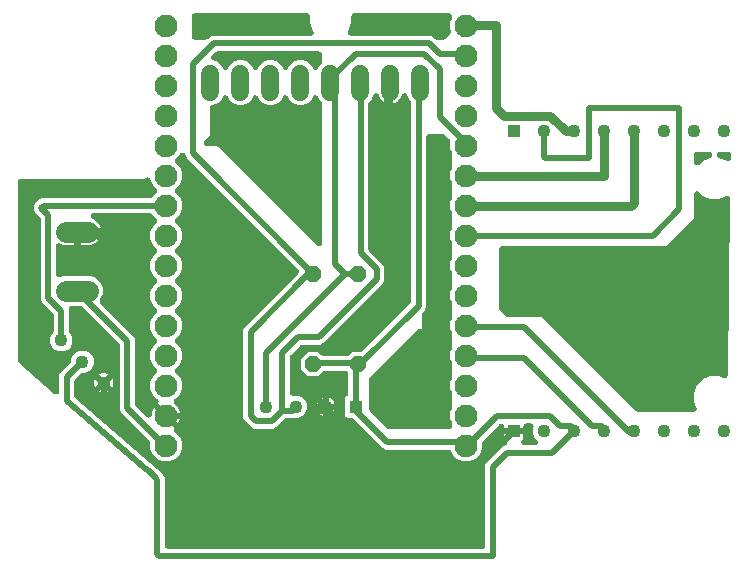
<source format=gbr>
G04 EAGLE Gerber RS-274X export*
G75*
%MOMM*%
%FSLAX34Y34*%
%LPD*%
%INBottom Copper*%
%IPPOS*%
%AMOC8*
5,1,8,0,0,1.08239X$1,22.5*%
G01*
%ADD10C,1.508000*%
%ADD11C,1.930400*%
%ADD12P,1.429621X8X292.500000*%
%ADD13R,1.108000X1.108000*%
%ADD14C,1.108000*%
%ADD15C,1.790700*%
%ADD16C,0.508000*%
%ADD17C,0.762000*%

G36*
X498445Y176354D02*
X498445Y176354D01*
X498479Y176352D01*
X498668Y176374D01*
X498859Y176391D01*
X498892Y176400D01*
X498926Y176404D01*
X499109Y176459D01*
X499293Y176509D01*
X499324Y176524D01*
X499357Y176534D01*
X499528Y176621D01*
X499700Y176703D01*
X499728Y176723D01*
X499759Y176738D01*
X499911Y176854D01*
X500066Y176965D01*
X500090Y176990D01*
X500117Y177010D01*
X500246Y177150D01*
X500380Y177287D01*
X500399Y177316D01*
X500423Y177342D01*
X500525Y177503D01*
X500632Y177660D01*
X500646Y177692D01*
X500664Y177721D01*
X500737Y177898D01*
X500814Y178072D01*
X500822Y178106D01*
X500835Y178138D01*
X500875Y178325D01*
X500921Y178510D01*
X500923Y178544D01*
X500930Y178578D01*
X500949Y178890D01*
X500949Y246524D01*
X501916Y248858D01*
X516142Y263084D01*
X517855Y263793D01*
X518023Y263881D01*
X518193Y263964D01*
X518222Y263985D01*
X518254Y264002D01*
X518404Y264118D01*
X518557Y264229D01*
X518582Y264255D01*
X518610Y264278D01*
X518737Y264418D01*
X518868Y264555D01*
X518888Y264585D01*
X518912Y264612D01*
X519012Y264772D01*
X519116Y264930D01*
X519131Y264963D01*
X519150Y264994D01*
X519220Y265170D01*
X519295Y265344D01*
X519303Y265379D01*
X519316Y265413D01*
X519354Y265598D01*
X519397Y265782D01*
X519399Y265818D01*
X519407Y265854D01*
X519411Y266043D01*
X519421Y266232D01*
X519417Y266267D01*
X519417Y266304D01*
X519388Y266492D01*
X519365Y266678D01*
X519354Y266713D01*
X519349Y266749D01*
X519287Y266928D01*
X519231Y267108D01*
X519214Y267140D01*
X519202Y267175D01*
X519110Y267340D01*
X519023Y267508D01*
X519001Y267536D01*
X518983Y267568D01*
X518863Y267715D01*
X518747Y267864D01*
X518721Y267888D01*
X518698Y267916D01*
X518553Y268039D01*
X518413Y268166D01*
X518377Y268190D01*
X518355Y268209D01*
X518302Y268240D01*
X518153Y268339D01*
X518000Y268427D01*
X517527Y268900D01*
X517192Y269479D01*
X517019Y270125D01*
X517019Y273461D01*
X525100Y273461D01*
X533181Y273461D01*
X533181Y270125D01*
X533008Y269479D01*
X532673Y268900D01*
X532159Y268386D01*
X532075Y268286D01*
X531985Y268193D01*
X531931Y268113D01*
X531870Y268040D01*
X531805Y267927D01*
X531732Y267820D01*
X531694Y267732D01*
X531646Y267649D01*
X531603Y267527D01*
X531550Y267408D01*
X531528Y267315D01*
X531496Y267225D01*
X531474Y267097D01*
X531444Y266970D01*
X531438Y266875D01*
X531422Y266781D01*
X531424Y266651D01*
X531416Y266521D01*
X531427Y266426D01*
X531428Y266331D01*
X531453Y266203D01*
X531468Y266074D01*
X531496Y265982D01*
X531514Y265888D01*
X531561Y265767D01*
X531598Y265643D01*
X531642Y265558D01*
X531676Y265468D01*
X531744Y265357D01*
X531803Y265241D01*
X531860Y265165D01*
X531910Y265084D01*
X531996Y264986D01*
X532075Y264883D01*
X532145Y264818D01*
X532208Y264746D01*
X532310Y264666D01*
X532406Y264577D01*
X532486Y264526D01*
X532561Y264467D01*
X532676Y264406D01*
X532786Y264336D01*
X532874Y264299D01*
X532958Y264254D01*
X533082Y264214D01*
X533202Y264165D01*
X533295Y264145D01*
X533386Y264115D01*
X533515Y264097D01*
X533642Y264070D01*
X533772Y264062D01*
X533832Y264054D01*
X533877Y264055D01*
X533954Y264051D01*
X543095Y264051D01*
X543225Y264062D01*
X543355Y264064D01*
X543448Y264082D01*
X543544Y264091D01*
X543669Y264125D01*
X543797Y264150D01*
X543886Y264184D01*
X543978Y264209D01*
X544095Y264265D01*
X544217Y264312D01*
X544298Y264362D01*
X544385Y264403D01*
X544490Y264478D01*
X544601Y264546D01*
X544673Y264609D01*
X544751Y264665D01*
X544841Y264758D01*
X544939Y264844D01*
X544998Y264919D01*
X545065Y264987D01*
X545137Y265095D01*
X545218Y265197D01*
X545263Y265281D01*
X545317Y265360D01*
X545369Y265479D01*
X545431Y265594D01*
X545460Y265685D01*
X545499Y265772D01*
X545530Y265899D01*
X545570Y266022D01*
X545583Y266117D01*
X545606Y266210D01*
X545614Y266339D01*
X545631Y266468D01*
X545627Y266564D01*
X545633Y266659D01*
X545618Y266788D01*
X545613Y266918D01*
X545592Y267011D01*
X545581Y267106D01*
X545544Y267231D01*
X545515Y267358D01*
X545479Y267446D01*
X545451Y267537D01*
X545392Y267653D01*
X545342Y267773D01*
X545290Y267853D01*
X545247Y267939D01*
X545168Y268042D01*
X545098Y268151D01*
X545011Y268249D01*
X544975Y268297D01*
X544942Y268328D01*
X544891Y268386D01*
X542573Y270703D01*
X541149Y274140D01*
X541149Y277860D01*
X541648Y279063D01*
X541672Y279142D01*
X541706Y279217D01*
X541740Y279356D01*
X541782Y279493D01*
X541793Y279575D01*
X541812Y279655D01*
X541821Y279797D01*
X541839Y279940D01*
X541835Y280022D01*
X541840Y280104D01*
X541823Y280246D01*
X541816Y280389D01*
X541798Y280469D01*
X541788Y280551D01*
X541746Y280689D01*
X541714Y280828D01*
X541682Y280903D01*
X541658Y280982D01*
X541593Y281110D01*
X541536Y281241D01*
X541491Y281310D01*
X541453Y281384D01*
X541367Y281498D01*
X541288Y281617D01*
X541231Y281677D01*
X541181Y281742D01*
X541076Y281839D01*
X540977Y281943D01*
X540911Y281992D01*
X540850Y282048D01*
X540729Y282125D01*
X540614Y282209D01*
X540540Y282245D01*
X540470Y282289D01*
X540338Y282344D01*
X540209Y282407D01*
X540130Y282429D01*
X540054Y282460D01*
X539914Y282490D01*
X539776Y282530D01*
X539694Y282538D01*
X539614Y282555D01*
X539368Y282570D01*
X539328Y282574D01*
X539317Y282573D01*
X539302Y282574D01*
X535720Y282574D01*
X535685Y282571D01*
X535651Y282573D01*
X535462Y282551D01*
X535271Y282534D01*
X535238Y282525D01*
X535204Y282521D01*
X535021Y282466D01*
X534837Y282416D01*
X534806Y282401D01*
X534773Y282391D01*
X534602Y282304D01*
X534430Y282222D01*
X534402Y282202D01*
X534371Y282187D01*
X534219Y282071D01*
X534064Y281960D01*
X534040Y281935D01*
X534013Y281915D01*
X533884Y281774D01*
X533750Y281638D01*
X533731Y281609D01*
X533707Y281583D01*
X533605Y281422D01*
X533498Y281265D01*
X533484Y281233D01*
X533466Y281204D01*
X533393Y281027D01*
X533316Y280853D01*
X533308Y280819D01*
X533295Y280787D01*
X533255Y280600D01*
X533209Y280415D01*
X533207Y280381D01*
X533200Y280347D01*
X533181Y280035D01*
X533181Y278539D01*
X525100Y278539D01*
X517019Y278539D01*
X517019Y279658D01*
X517008Y279787D01*
X517006Y279917D01*
X516988Y280011D01*
X516979Y280106D01*
X516945Y280232D01*
X516920Y280359D01*
X516886Y280449D01*
X516861Y280541D01*
X516805Y280658D01*
X516758Y280779D01*
X516708Y280861D01*
X516667Y280947D01*
X516592Y281053D01*
X516524Y281164D01*
X516461Y281236D01*
X516405Y281313D01*
X516312Y281404D01*
X516226Y281501D01*
X516151Y281561D01*
X516083Y281627D01*
X515975Y281700D01*
X515873Y281781D01*
X515789Y281826D01*
X515710Y281879D01*
X515591Y281932D01*
X515476Y281993D01*
X515385Y282023D01*
X515298Y282062D01*
X515171Y282092D01*
X515048Y282133D01*
X514953Y282146D01*
X514860Y282168D01*
X514731Y282176D01*
X514602Y282194D01*
X514506Y282190D01*
X514411Y282196D01*
X514282Y282181D01*
X514152Y282176D01*
X514059Y282155D01*
X513964Y282144D01*
X513839Y282106D01*
X513712Y282078D01*
X513624Y282041D01*
X513533Y282014D01*
X513417Y281955D01*
X513297Y281904D01*
X513216Y281853D01*
X513131Y281809D01*
X513028Y281731D01*
X512919Y281660D01*
X512821Y281574D01*
X512773Y281537D01*
X512742Y281504D01*
X512684Y281453D01*
X498906Y267675D01*
X498801Y267549D01*
X498689Y267428D01*
X498657Y267377D01*
X498618Y267330D01*
X498536Y267187D01*
X498448Y267048D01*
X498424Y266992D01*
X498394Y266939D01*
X498339Y266784D01*
X498277Y266632D01*
X498264Y266572D01*
X498243Y266515D01*
X498217Y266352D01*
X498182Y266192D01*
X498177Y266115D01*
X498170Y266070D01*
X498171Y266009D01*
X498163Y265880D01*
X498163Y261122D01*
X496113Y256174D01*
X492326Y252387D01*
X487378Y250337D01*
X482022Y250337D01*
X477074Y252387D01*
X473287Y256174D01*
X472207Y258782D01*
X472109Y258969D01*
X472012Y259159D01*
X472004Y259169D01*
X471998Y259181D01*
X471868Y259348D01*
X471740Y259517D01*
X471731Y259526D01*
X471722Y259537D01*
X471565Y259679D01*
X471409Y259823D01*
X471398Y259830D01*
X471388Y259838D01*
X471209Y259950D01*
X471029Y260064D01*
X471017Y260069D01*
X471006Y260076D01*
X470810Y260155D01*
X470613Y260235D01*
X470600Y260238D01*
X470588Y260243D01*
X470380Y260285D01*
X470173Y260330D01*
X470157Y260331D01*
X470146Y260333D01*
X470107Y260334D01*
X469861Y260349D01*
X416567Y260349D01*
X414233Y261316D01*
X388843Y286706D01*
X388717Y286811D01*
X388596Y286923D01*
X388545Y286955D01*
X388498Y286994D01*
X388355Y287076D01*
X388216Y287164D01*
X388160Y287188D01*
X388107Y287218D01*
X387952Y287273D01*
X387800Y287335D01*
X387740Y287348D01*
X387683Y287369D01*
X387520Y287395D01*
X387360Y287430D01*
X387283Y287435D01*
X387238Y287442D01*
X387177Y287441D01*
X387048Y287449D01*
X384802Y287449D01*
X383401Y288029D01*
X382329Y289101D01*
X381749Y290502D01*
X381749Y303098D01*
X382329Y304499D01*
X383437Y305607D01*
X383619Y305699D01*
X383629Y305707D01*
X383641Y305713D01*
X383807Y305842D01*
X383977Y305971D01*
X383986Y305981D01*
X383997Y305989D01*
X384139Y306146D01*
X384283Y306302D01*
X384290Y306313D01*
X384298Y306323D01*
X384410Y306503D01*
X384524Y306682D01*
X384529Y306694D01*
X384536Y306705D01*
X384615Y306902D01*
X384695Y307098D01*
X384698Y307111D01*
X384703Y307123D01*
X384745Y307331D01*
X384790Y307539D01*
X384791Y307554D01*
X384793Y307565D01*
X384794Y307604D01*
X384809Y307850D01*
X384809Y324485D01*
X384806Y324520D01*
X384808Y324554D01*
X384786Y324743D01*
X384769Y324934D01*
X384760Y324967D01*
X384756Y325001D01*
X384701Y325184D01*
X384651Y325368D01*
X384636Y325399D01*
X384626Y325432D01*
X384539Y325603D01*
X384457Y325775D01*
X384437Y325803D01*
X384422Y325834D01*
X384306Y325986D01*
X384195Y326141D01*
X384170Y326165D01*
X384150Y326192D01*
X384010Y326321D01*
X383873Y326455D01*
X383844Y326474D01*
X383818Y326498D01*
X383658Y326600D01*
X383500Y326707D01*
X383468Y326721D01*
X383439Y326739D01*
X383262Y326812D01*
X383088Y326889D01*
X383054Y326897D01*
X383022Y326910D01*
X382835Y326950D01*
X382650Y326996D01*
X382616Y326998D01*
X382582Y327005D01*
X382270Y327024D01*
X364905Y327024D01*
X364741Y327010D01*
X364577Y327003D01*
X364517Y326990D01*
X364456Y326984D01*
X364297Y326941D01*
X364137Y326905D01*
X364081Y326882D01*
X364022Y326866D01*
X363874Y326795D01*
X363722Y326732D01*
X363670Y326699D01*
X363615Y326672D01*
X363482Y326577D01*
X363343Y326487D01*
X363286Y326436D01*
X363249Y326410D01*
X363207Y326367D01*
X363109Y326281D01*
X359314Y322485D01*
X350686Y322485D01*
X344585Y328586D01*
X344585Y337214D01*
X350686Y343315D01*
X359314Y343315D01*
X362159Y340469D01*
X362285Y340364D01*
X362406Y340252D01*
X362458Y340220D01*
X362505Y340181D01*
X362647Y340099D01*
X362786Y340011D01*
X362843Y339987D01*
X362896Y339957D01*
X363050Y339902D01*
X363203Y339840D01*
X363262Y339827D01*
X363320Y339806D01*
X363482Y339780D01*
X363643Y339745D01*
X363720Y339740D01*
X363764Y339733D01*
X363825Y339734D01*
X363955Y339726D01*
X384045Y339726D01*
X384209Y339740D01*
X384373Y339747D01*
X384433Y339760D01*
X384494Y339766D01*
X384653Y339809D01*
X384813Y339845D01*
X384869Y339868D01*
X384928Y339884D01*
X385076Y339955D01*
X385228Y340018D01*
X385280Y340051D01*
X385335Y340078D01*
X385468Y340173D01*
X385607Y340263D01*
X385664Y340314D01*
X385701Y340340D01*
X385743Y340383D01*
X385841Y340469D01*
X388686Y343315D01*
X395512Y343315D01*
X395675Y343329D01*
X395840Y343336D01*
X395899Y343349D01*
X395960Y343355D01*
X396119Y343398D01*
X396279Y343434D01*
X396336Y343457D01*
X396395Y343473D01*
X396543Y343544D01*
X396695Y343607D01*
X396746Y343640D01*
X396801Y343667D01*
X396935Y343762D01*
X397073Y343852D01*
X397131Y343903D01*
X397167Y343929D01*
X397210Y343972D01*
X397307Y344058D01*
X437406Y384157D01*
X437511Y384283D01*
X437623Y384404D01*
X437655Y384455D01*
X437694Y384502D01*
X437776Y384645D01*
X437864Y384784D01*
X437888Y384840D01*
X437918Y384893D01*
X437973Y385048D01*
X438035Y385200D01*
X438048Y385260D01*
X438069Y385317D01*
X438095Y385480D01*
X438130Y385640D01*
X438135Y385717D01*
X438142Y385762D01*
X438141Y385823D01*
X438149Y385952D01*
X438149Y554207D01*
X438135Y554370D01*
X438128Y554535D01*
X438115Y554594D01*
X438109Y554655D01*
X438066Y554814D01*
X438030Y554974D01*
X438007Y555031D01*
X437991Y555089D01*
X437920Y555238D01*
X437857Y555390D01*
X437824Y555441D01*
X437797Y555496D01*
X437702Y555630D01*
X437612Y555768D01*
X437561Y555826D01*
X437535Y555862D01*
X437492Y555905D01*
X437406Y556002D01*
X436377Y557030D01*
X434939Y560503D01*
X434937Y560507D01*
X434936Y560511D01*
X434833Y560706D01*
X434730Y560902D01*
X434728Y560906D01*
X434726Y560909D01*
X434592Y561081D01*
X434455Y561258D01*
X434451Y561261D01*
X434449Y561264D01*
X434285Y561411D01*
X434120Y561560D01*
X434117Y561562D01*
X434114Y561565D01*
X433925Y561682D01*
X433738Y561798D01*
X433734Y561799D01*
X433730Y561802D01*
X433527Y561882D01*
X433320Y561964D01*
X433316Y561965D01*
X433312Y561967D01*
X433097Y562010D01*
X432879Y562054D01*
X432874Y562055D01*
X432870Y562055D01*
X432655Y562060D01*
X432429Y562065D01*
X432424Y562065D01*
X432420Y562065D01*
X432209Y562031D01*
X431984Y561996D01*
X431979Y561995D01*
X431975Y561994D01*
X431769Y561923D01*
X431558Y561850D01*
X431554Y561848D01*
X431550Y561846D01*
X431359Y561739D01*
X431164Y561631D01*
X431161Y561628D01*
X431157Y561626D01*
X430986Y561485D01*
X430816Y561345D01*
X430813Y561342D01*
X430810Y561339D01*
X430666Y561169D01*
X430524Y561003D01*
X430522Y560999D01*
X430519Y560996D01*
X430406Y560802D01*
X430296Y560614D01*
X430295Y560610D01*
X430293Y560607D01*
X430178Y560316D01*
X429942Y559590D01*
X429222Y558177D01*
X428289Y556893D01*
X427167Y555771D01*
X425883Y554838D01*
X424470Y554118D01*
X423139Y553686D01*
X423139Y571000D01*
X423136Y571034D01*
X423138Y571069D01*
X423116Y571258D01*
X423099Y571448D01*
X423090Y571482D01*
X423086Y571516D01*
X423031Y571699D01*
X422981Y571883D01*
X422966Y571914D01*
X422956Y571947D01*
X422869Y572118D01*
X422788Y572289D01*
X422767Y572317D01*
X422752Y572348D01*
X422636Y572500D01*
X422525Y572655D01*
X422501Y572679D01*
X422480Y572707D01*
X422340Y572836D01*
X422203Y572969D01*
X422174Y572989D01*
X422149Y573012D01*
X421988Y573115D01*
X421830Y573221D01*
X421798Y573235D01*
X421769Y573254D01*
X421592Y573326D01*
X421418Y573404D01*
X421384Y573412D01*
X421352Y573425D01*
X421166Y573465D01*
X420980Y573510D01*
X420946Y573512D01*
X420912Y573520D01*
X420600Y573539D01*
X420565Y573536D01*
X420531Y573538D01*
X420341Y573516D01*
X420151Y573499D01*
X420118Y573490D01*
X420084Y573486D01*
X419901Y573431D01*
X419717Y573380D01*
X419686Y573366D01*
X419653Y573356D01*
X419482Y573269D01*
X419310Y573187D01*
X419282Y573167D01*
X419251Y573151D01*
X419099Y573036D01*
X418944Y572925D01*
X418920Y572900D01*
X418892Y572879D01*
X418763Y572739D01*
X418630Y572602D01*
X418611Y572574D01*
X418587Y572548D01*
X418485Y572387D01*
X418378Y572229D01*
X418364Y572198D01*
X418345Y572168D01*
X418273Y571992D01*
X418196Y571817D01*
X418188Y571784D01*
X418175Y571752D01*
X418134Y571565D01*
X418089Y571380D01*
X418087Y571346D01*
X418080Y571312D01*
X418061Y571000D01*
X418061Y553686D01*
X416730Y554118D01*
X415317Y554838D01*
X414033Y555771D01*
X412911Y556893D01*
X411978Y558177D01*
X411258Y559590D01*
X411022Y560316D01*
X411020Y560320D01*
X411019Y560324D01*
X410932Y560527D01*
X410845Y560730D01*
X410843Y560734D01*
X410841Y560738D01*
X410719Y560923D01*
X410599Y561107D01*
X410596Y561110D01*
X410593Y561113D01*
X410436Y561279D01*
X410289Y561434D01*
X410286Y561436D01*
X410283Y561439D01*
X410100Y561573D01*
X409927Y561701D01*
X409923Y561703D01*
X409919Y561705D01*
X409722Y561802D01*
X409523Y561900D01*
X409518Y561901D01*
X409515Y561903D01*
X409307Y561962D01*
X409090Y562024D01*
X409086Y562025D01*
X409081Y562026D01*
X408861Y562048D01*
X408642Y562070D01*
X408638Y562070D01*
X408633Y562070D01*
X408409Y562053D01*
X408193Y562037D01*
X408189Y562036D01*
X408185Y562035D01*
X407974Y561980D01*
X407757Y561924D01*
X407753Y561922D01*
X407749Y561921D01*
X407550Y561829D01*
X407348Y561736D01*
X407344Y561734D01*
X407340Y561732D01*
X407157Y561604D01*
X406978Y561479D01*
X406975Y561476D01*
X406972Y561474D01*
X406815Y561317D01*
X406660Y561161D01*
X406657Y561157D01*
X406654Y561154D01*
X406526Y560968D01*
X406402Y560791D01*
X406401Y560787D01*
X406398Y560784D01*
X406261Y560503D01*
X404823Y557030D01*
X402699Y554907D01*
X402594Y554781D01*
X402482Y554660D01*
X402450Y554609D01*
X402411Y554562D01*
X402329Y554419D01*
X402241Y554280D01*
X402217Y554224D01*
X402187Y554171D01*
X402132Y554016D01*
X402070Y553864D01*
X402057Y553804D01*
X402036Y553747D01*
X402010Y553584D01*
X401975Y553423D01*
X401970Y553347D01*
X401963Y553302D01*
X401964Y553241D01*
X401956Y553112D01*
X401956Y430402D01*
X401970Y430239D01*
X401977Y430074D01*
X401990Y430015D01*
X401996Y429954D01*
X402039Y429795D01*
X402075Y429635D01*
X402098Y429578D01*
X402114Y429519D01*
X402185Y429371D01*
X402248Y429219D01*
X402281Y429168D01*
X402308Y429113D01*
X402403Y428979D01*
X402493Y428841D01*
X402544Y428783D01*
X402570Y428747D01*
X402613Y428704D01*
X402699Y428607D01*
X414324Y416982D01*
X415291Y414648D01*
X415291Y403232D01*
X414324Y400898D01*
X363642Y350216D01*
X361308Y349249D01*
X345947Y349249D01*
X345784Y349235D01*
X345619Y349228D01*
X345560Y349215D01*
X345499Y349209D01*
X345340Y349166D01*
X345180Y349130D01*
X345123Y349107D01*
X345064Y349091D01*
X344916Y349020D01*
X344764Y348957D01*
X344713Y348924D01*
X344658Y348897D01*
X344524Y348802D01*
X344386Y348712D01*
X344328Y348661D01*
X344292Y348635D01*
X344249Y348592D01*
X344152Y348506D01*
X336024Y340378D01*
X335919Y340252D01*
X335807Y340131D01*
X335775Y340080D01*
X335736Y340033D01*
X335654Y339890D01*
X335566Y339751D01*
X335542Y339695D01*
X335512Y339642D01*
X335457Y339487D01*
X335395Y339335D01*
X335382Y339275D01*
X335361Y339218D01*
X335335Y339055D01*
X335300Y338895D01*
X335295Y338818D01*
X335288Y338773D01*
X335289Y338712D01*
X335281Y338583D01*
X335281Y308642D01*
X335288Y308560D01*
X335286Y308478D01*
X335308Y308336D01*
X335321Y308194D01*
X335342Y308114D01*
X335355Y308033D01*
X335402Y307897D01*
X335439Y307759D01*
X335475Y307685D01*
X335501Y307607D01*
X335571Y307482D01*
X335633Y307353D01*
X335681Y307286D01*
X335721Y307214D01*
X335811Y307103D01*
X335895Y306987D01*
X335954Y306929D01*
X336006Y306865D01*
X336115Y306773D01*
X336217Y306673D01*
X336286Y306626D01*
X336349Y306573D01*
X336472Y306501D01*
X336590Y306421D01*
X336666Y306387D01*
X336737Y306346D01*
X336871Y306296D01*
X337002Y306238D01*
X337082Y306219D01*
X337160Y306190D01*
X337301Y306166D01*
X337440Y306132D01*
X337522Y306127D01*
X337603Y306112D01*
X337746Y306113D01*
X337889Y306104D01*
X337971Y306114D01*
X338054Y306114D01*
X338194Y306140D01*
X338290Y306151D01*
X342160Y306151D01*
X345597Y304727D01*
X348227Y302097D01*
X349651Y298660D01*
X349651Y294940D01*
X348227Y291503D01*
X345597Y288873D01*
X342160Y287449D01*
X341036Y287449D01*
X340943Y287441D01*
X340849Y287442D01*
X340719Y287421D01*
X340588Y287409D01*
X340497Y287385D01*
X340405Y287369D01*
X340321Y287340D01*
X339857Y287265D01*
X339721Y287231D01*
X339583Y287206D01*
X339476Y287169D01*
X339420Y287155D01*
X339374Y287134D01*
X339288Y287104D01*
X339083Y287019D01*
X338530Y287019D01*
X338484Y287015D01*
X338438Y287018D01*
X338127Y286987D01*
X337581Y286899D01*
X337365Y286950D01*
X337227Y286971D01*
X337090Y287000D01*
X336977Y287007D01*
X336920Y287015D01*
X336869Y287014D01*
X336778Y287019D01*
X332612Y287019D01*
X332449Y287005D01*
X332284Y286998D01*
X332225Y286985D01*
X332164Y286979D01*
X332005Y286936D01*
X331845Y286900D01*
X331788Y286877D01*
X331729Y286861D01*
X331581Y286790D01*
X331429Y286727D01*
X331378Y286694D01*
X331323Y286667D01*
X331189Y286572D01*
X331051Y286482D01*
X330993Y286431D01*
X330957Y286405D01*
X330914Y286362D01*
X330817Y286276D01*
X323637Y279096D01*
X321303Y278129D01*
X305442Y278129D01*
X303108Y279096D01*
X296876Y285328D01*
X295909Y287662D01*
X295909Y361308D01*
X296876Y363642D01*
X342601Y409367D01*
X342623Y409394D01*
X342649Y409416D01*
X342767Y409565D01*
X342890Y409712D01*
X342907Y409743D01*
X342928Y409770D01*
X343018Y409938D01*
X343113Y410103D01*
X343125Y410136D01*
X343141Y410166D01*
X343200Y410348D01*
X343264Y410528D01*
X343269Y410562D01*
X343280Y410595D01*
X343306Y410783D01*
X343337Y410972D01*
X343337Y411006D01*
X343342Y411041D01*
X343334Y411231D01*
X343331Y411422D01*
X343325Y411456D01*
X343323Y411491D01*
X343282Y411677D01*
X343246Y411864D01*
X343233Y411896D01*
X343226Y411930D01*
X343152Y412106D01*
X343083Y412284D01*
X343065Y412314D01*
X343052Y412346D01*
X342948Y412506D01*
X342849Y412669D01*
X342826Y412695D01*
X342808Y412724D01*
X342601Y412958D01*
X247981Y507578D01*
X246830Y510356D01*
X246770Y510471D01*
X246719Y510591D01*
X246666Y510670D01*
X246622Y510755D01*
X246542Y510858D01*
X246470Y510966D01*
X246405Y511035D01*
X246346Y511111D01*
X246250Y511198D01*
X246160Y511292D01*
X246083Y511349D01*
X246012Y511412D01*
X245902Y511481D01*
X245796Y511558D01*
X245711Y511600D01*
X245630Y511650D01*
X245509Y511699D01*
X245392Y511756D01*
X245300Y511782D01*
X245211Y511817D01*
X245084Y511843D01*
X244959Y511879D01*
X244864Y511888D01*
X244770Y511907D01*
X244640Y511910D01*
X244511Y511923D01*
X244415Y511916D01*
X244320Y511918D01*
X244191Y511898D01*
X244062Y511888D01*
X243969Y511864D01*
X243875Y511849D01*
X243752Y511807D01*
X243626Y511774D01*
X243540Y511734D01*
X243449Y511703D01*
X243335Y511639D01*
X243218Y511585D01*
X243140Y511530D01*
X243056Y511483D01*
X242955Y511401D01*
X242849Y511326D01*
X242782Y511259D01*
X242708Y511198D01*
X242623Y511099D01*
X242531Y511007D01*
X242477Y510928D01*
X242415Y510856D01*
X242349Y510743D01*
X242276Y510636D01*
X242219Y510520D01*
X242188Y510467D01*
X242172Y510425D01*
X242138Y510356D01*
X242063Y510174D01*
X238785Y506896D01*
X238762Y506869D01*
X238736Y506846D01*
X238618Y506697D01*
X238496Y506550D01*
X238479Y506520D01*
X238457Y506493D01*
X238367Y506325D01*
X238272Y506159D01*
X238261Y506127D01*
X238244Y506096D01*
X238186Y505915D01*
X238122Y505735D01*
X238116Y505701D01*
X238105Y505668D01*
X238079Y505479D01*
X238048Y505291D01*
X238049Y505256D01*
X238044Y505222D01*
X238052Y505031D01*
X238054Y504840D01*
X238061Y504806D01*
X238062Y504772D01*
X238104Y504586D01*
X238140Y504398D01*
X238152Y504366D01*
X238160Y504332D01*
X238233Y504157D01*
X238302Y503978D01*
X238320Y503949D01*
X238333Y503917D01*
X238437Y503757D01*
X238536Y503594D01*
X238559Y503568D01*
X238578Y503539D01*
X238785Y503304D01*
X242063Y500026D01*
X244113Y495078D01*
X244113Y489722D01*
X242063Y484774D01*
X238785Y481496D01*
X238762Y481469D01*
X238736Y481446D01*
X238618Y481297D01*
X238496Y481150D01*
X238479Y481120D01*
X238457Y481093D01*
X238367Y480925D01*
X238272Y480759D01*
X238261Y480727D01*
X238244Y480696D01*
X238186Y480515D01*
X238122Y480335D01*
X238116Y480301D01*
X238105Y480268D01*
X238079Y480079D01*
X238048Y479891D01*
X238049Y479856D01*
X238044Y479822D01*
X238052Y479631D01*
X238054Y479440D01*
X238061Y479406D01*
X238062Y479372D01*
X238104Y479186D01*
X238140Y478998D01*
X238152Y478966D01*
X238160Y478932D01*
X238233Y478757D01*
X238302Y478578D01*
X238320Y478549D01*
X238333Y478517D01*
X238437Y478357D01*
X238536Y478194D01*
X238559Y478168D01*
X238578Y478139D01*
X238785Y477904D01*
X242063Y474626D01*
X244113Y469678D01*
X244113Y464322D01*
X242063Y459374D01*
X238785Y456096D01*
X238762Y456069D01*
X238736Y456046D01*
X238618Y455897D01*
X238496Y455750D01*
X238479Y455720D01*
X238457Y455693D01*
X238367Y455525D01*
X238272Y455359D01*
X238261Y455327D01*
X238244Y455296D01*
X238186Y455115D01*
X238122Y454935D01*
X238116Y454901D01*
X238105Y454868D01*
X238079Y454679D01*
X238048Y454491D01*
X238049Y454456D01*
X238044Y454422D01*
X238052Y454231D01*
X238054Y454040D01*
X238061Y454006D01*
X238062Y453972D01*
X238104Y453786D01*
X238140Y453598D01*
X238152Y453566D01*
X238160Y453532D01*
X238233Y453357D01*
X238302Y453178D01*
X238320Y453149D01*
X238333Y453117D01*
X238437Y452957D01*
X238536Y452794D01*
X238559Y452768D01*
X238578Y452739D01*
X238785Y452504D01*
X242063Y449226D01*
X244113Y444278D01*
X244113Y438922D01*
X242063Y433974D01*
X238785Y430696D01*
X238762Y430669D01*
X238736Y430646D01*
X238618Y430497D01*
X238496Y430350D01*
X238479Y430320D01*
X238457Y430293D01*
X238367Y430125D01*
X238272Y429959D01*
X238261Y429927D01*
X238244Y429896D01*
X238186Y429715D01*
X238122Y429535D01*
X238116Y429501D01*
X238105Y429468D01*
X238079Y429279D01*
X238048Y429091D01*
X238049Y429056D01*
X238044Y429022D01*
X238052Y428831D01*
X238054Y428640D01*
X238061Y428606D01*
X238062Y428572D01*
X238104Y428386D01*
X238140Y428198D01*
X238152Y428166D01*
X238160Y428132D01*
X238233Y427957D01*
X238302Y427778D01*
X238320Y427749D01*
X238333Y427717D01*
X238437Y427557D01*
X238536Y427394D01*
X238559Y427368D01*
X238578Y427339D01*
X238785Y427104D01*
X242063Y423826D01*
X244113Y418878D01*
X244113Y413522D01*
X242063Y408574D01*
X238785Y405296D01*
X238762Y405269D01*
X238736Y405246D01*
X238618Y405097D01*
X238496Y404950D01*
X238479Y404920D01*
X238457Y404893D01*
X238367Y404725D01*
X238272Y404559D01*
X238261Y404527D01*
X238244Y404496D01*
X238186Y404315D01*
X238122Y404135D01*
X238116Y404101D01*
X238105Y404068D01*
X238079Y403879D01*
X238048Y403691D01*
X238049Y403656D01*
X238044Y403622D01*
X238052Y403431D01*
X238054Y403240D01*
X238061Y403206D01*
X238062Y403172D01*
X238104Y402986D01*
X238140Y402798D01*
X238152Y402766D01*
X238160Y402732D01*
X238233Y402557D01*
X238302Y402378D01*
X238320Y402349D01*
X238333Y402317D01*
X238437Y402157D01*
X238536Y401994D01*
X238559Y401968D01*
X238578Y401939D01*
X238785Y401704D01*
X242063Y398426D01*
X244113Y393478D01*
X244113Y388122D01*
X242063Y383174D01*
X238785Y379896D01*
X238762Y379869D01*
X238736Y379846D01*
X238618Y379697D01*
X238496Y379550D01*
X238479Y379520D01*
X238457Y379493D01*
X238367Y379325D01*
X238272Y379159D01*
X238261Y379127D01*
X238244Y379096D01*
X238186Y378915D01*
X238122Y378735D01*
X238116Y378701D01*
X238105Y378668D01*
X238079Y378479D01*
X238048Y378291D01*
X238049Y378256D01*
X238044Y378222D01*
X238052Y378031D01*
X238054Y377840D01*
X238061Y377806D01*
X238062Y377772D01*
X238104Y377586D01*
X238140Y377398D01*
X238152Y377366D01*
X238160Y377332D01*
X238233Y377157D01*
X238302Y376978D01*
X238320Y376949D01*
X238333Y376917D01*
X238437Y376757D01*
X238536Y376594D01*
X238559Y376568D01*
X238578Y376539D01*
X238785Y376304D01*
X242063Y373026D01*
X244113Y368078D01*
X244113Y362722D01*
X242063Y357774D01*
X238785Y354496D01*
X238762Y354469D01*
X238736Y354446D01*
X238618Y354297D01*
X238496Y354150D01*
X238479Y354120D01*
X238457Y354093D01*
X238367Y353925D01*
X238272Y353759D01*
X238261Y353727D01*
X238244Y353696D01*
X238186Y353515D01*
X238122Y353335D01*
X238116Y353301D01*
X238105Y353268D01*
X238079Y353079D01*
X238048Y352891D01*
X238049Y352856D01*
X238044Y352822D01*
X238052Y352631D01*
X238054Y352440D01*
X238061Y352406D01*
X238062Y352372D01*
X238104Y352186D01*
X238140Y351998D01*
X238152Y351966D01*
X238160Y351932D01*
X238233Y351757D01*
X238302Y351578D01*
X238320Y351549D01*
X238333Y351517D01*
X238437Y351357D01*
X238536Y351194D01*
X238559Y351168D01*
X238578Y351139D01*
X238785Y350904D01*
X242063Y347626D01*
X244113Y342678D01*
X244113Y337322D01*
X242063Y332374D01*
X238785Y329096D01*
X238762Y329069D01*
X238736Y329046D01*
X238618Y328897D01*
X238496Y328750D01*
X238479Y328720D01*
X238457Y328693D01*
X238367Y328525D01*
X238272Y328359D01*
X238261Y328327D01*
X238244Y328296D01*
X238186Y328115D01*
X238122Y327935D01*
X238116Y327901D01*
X238105Y327868D01*
X238079Y327679D01*
X238048Y327491D01*
X238049Y327456D01*
X238044Y327422D01*
X238052Y327231D01*
X238054Y327040D01*
X238061Y327006D01*
X238062Y326972D01*
X238104Y326786D01*
X238140Y326598D01*
X238152Y326566D01*
X238160Y326532D01*
X238233Y326357D01*
X238302Y326178D01*
X238320Y326149D01*
X238333Y326117D01*
X238437Y325957D01*
X238536Y325794D01*
X238559Y325768D01*
X238578Y325739D01*
X238785Y325504D01*
X242063Y322226D01*
X244113Y317278D01*
X244113Y311922D01*
X242063Y306974D01*
X238212Y303123D01*
X238160Y303095D01*
X238115Y303061D01*
X238066Y303032D01*
X237938Y302924D01*
X237804Y302820D01*
X237766Y302778D01*
X237723Y302741D01*
X237615Y302611D01*
X237502Y302486D01*
X237472Y302438D01*
X237436Y302394D01*
X237353Y302246D01*
X237264Y302103D01*
X237243Y302051D01*
X237215Y302002D01*
X237160Y301842D01*
X237097Y301685D01*
X237086Y301630D01*
X237067Y301576D01*
X237041Y301409D01*
X237007Y301244D01*
X237006Y301187D01*
X236997Y301132D01*
X237000Y300962D01*
X236996Y300794D01*
X237005Y300738D01*
X237006Y300681D01*
X237039Y300516D01*
X237065Y300349D01*
X237083Y300295D01*
X237095Y300240D01*
X237156Y300083D01*
X237211Y299923D01*
X237239Y299874D01*
X237260Y299821D01*
X237348Y299677D01*
X237431Y299530D01*
X237466Y299486D01*
X237496Y299438D01*
X237609Y299312D01*
X237716Y299181D01*
X237759Y299145D01*
X237797Y299102D01*
X238038Y298904D01*
X238593Y298500D01*
X239950Y297143D01*
X241078Y295590D01*
X241950Y293880D01*
X242542Y292055D01*
X242593Y291739D01*
X230650Y291739D01*
X230616Y291736D01*
X230581Y291738D01*
X230392Y291716D01*
X230202Y291699D01*
X230168Y291690D01*
X230134Y291686D01*
X229951Y291631D01*
X229767Y291581D01*
X229736Y291566D01*
X229703Y291556D01*
X229532Y291469D01*
X229361Y291388D01*
X229333Y291367D01*
X229302Y291352D01*
X229150Y291236D01*
X228995Y291125D01*
X228971Y291101D01*
X228943Y291080D01*
X228814Y290940D01*
X228681Y290803D01*
X228661Y290774D01*
X228638Y290749D01*
X228535Y290588D01*
X228429Y290430D01*
X228415Y290398D01*
X228396Y290369D01*
X228324Y290192D01*
X228246Y290018D01*
X228238Y289984D01*
X228225Y289952D01*
X228185Y289766D01*
X228140Y289580D01*
X228138Y289546D01*
X228130Y289512D01*
X228111Y289200D01*
X228114Y289165D01*
X228112Y289131D01*
X228134Y288941D01*
X228151Y288751D01*
X228160Y288718D01*
X228164Y288684D01*
X228219Y288501D01*
X228270Y288317D01*
X228284Y288286D01*
X228294Y288253D01*
X228381Y288082D01*
X228463Y287910D01*
X228483Y287882D01*
X228499Y287851D01*
X228614Y287699D01*
X228725Y287544D01*
X228750Y287520D01*
X228771Y287492D01*
X228911Y287363D01*
X229048Y287230D01*
X229076Y287211D01*
X229102Y287187D01*
X229263Y287085D01*
X229421Y286978D01*
X229452Y286964D01*
X229482Y286945D01*
X229658Y286873D01*
X229833Y286796D01*
X229866Y286788D01*
X229898Y286775D01*
X230085Y286734D01*
X230270Y286689D01*
X230304Y286687D01*
X230338Y286680D01*
X230650Y286661D01*
X242593Y286661D01*
X242542Y286345D01*
X241950Y284520D01*
X241078Y282810D01*
X239950Y281257D01*
X238593Y279900D01*
X238038Y279496D01*
X237995Y279459D01*
X237948Y279428D01*
X237826Y279312D01*
X237698Y279201D01*
X237663Y279156D01*
X237622Y279117D01*
X237522Y278981D01*
X237417Y278849D01*
X237390Y278800D01*
X237356Y278754D01*
X237282Y278602D01*
X237201Y278454D01*
X237183Y278400D01*
X237159Y278349D01*
X237112Y278187D01*
X237059Y278027D01*
X237051Y277971D01*
X237036Y277916D01*
X237019Y277748D01*
X236995Y277581D01*
X236997Y277525D01*
X236991Y277468D01*
X237004Y277300D01*
X237010Y277131D01*
X237022Y277076D01*
X237026Y277019D01*
X237069Y276856D01*
X237105Y276691D01*
X237126Y276638D01*
X237140Y276584D01*
X237211Y276430D01*
X237275Y276274D01*
X237306Y276226D01*
X237330Y276175D01*
X237427Y276037D01*
X237517Y275894D01*
X237556Y275853D01*
X237588Y275806D01*
X237708Y275687D01*
X237822Y275563D01*
X237867Y275529D01*
X237907Y275489D01*
X238046Y275393D01*
X238181Y275291D01*
X238216Y275273D01*
X242063Y271426D01*
X244113Y266478D01*
X244113Y261122D01*
X242063Y256174D01*
X238276Y252387D01*
X233328Y250337D01*
X227972Y250337D01*
X223024Y252387D01*
X219237Y256174D01*
X217187Y261122D01*
X217187Y266175D01*
X217173Y266338D01*
X217166Y266503D01*
X217153Y266562D01*
X217147Y266623D01*
X217104Y266782D01*
X217068Y266942D01*
X217045Y266999D01*
X217029Y267058D01*
X216958Y267206D01*
X216895Y267358D01*
X216862Y267409D01*
X216835Y267464D01*
X216740Y267598D01*
X216650Y267736D01*
X216599Y267794D01*
X216573Y267830D01*
X216530Y267873D01*
X216444Y267970D01*
X192411Y292003D01*
X191444Y294337D01*
X191444Y348823D01*
X191430Y348986D01*
X191423Y349151D01*
X191410Y349210D01*
X191404Y349271D01*
X191361Y349430D01*
X191325Y349590D01*
X191302Y349647D01*
X191286Y349706D01*
X191215Y349854D01*
X191152Y350006D01*
X191119Y350057D01*
X191092Y350112D01*
X190997Y350246D01*
X190907Y350384D01*
X190856Y350442D01*
X190830Y350478D01*
X190787Y350521D01*
X190701Y350618D01*
X159827Y381492D01*
X159700Y381598D01*
X159580Y381709D01*
X159528Y381742D01*
X159481Y381781D01*
X159339Y381862D01*
X159200Y381951D01*
X159143Y381974D01*
X159090Y382004D01*
X158936Y382059D01*
X158783Y382122D01*
X158724Y382135D01*
X158666Y382155D01*
X158504Y382182D01*
X158343Y382217D01*
X158266Y382221D01*
X158222Y382229D01*
X158161Y382228D01*
X158031Y382236D01*
X150762Y382236D01*
X150680Y382228D01*
X150598Y382230D01*
X150457Y382209D01*
X150314Y382196D01*
X150234Y382174D01*
X150153Y382162D01*
X150018Y382115D01*
X149880Y382077D01*
X149805Y382042D01*
X149727Y382015D01*
X149602Y381945D01*
X149473Y381884D01*
X149406Y381836D01*
X149334Y381796D01*
X149223Y381705D01*
X149107Y381622D01*
X149049Y381563D01*
X148986Y381511D01*
X148893Y381402D01*
X148793Y381299D01*
X148747Y381231D01*
X148693Y381168D01*
X148621Y381045D01*
X148541Y380926D01*
X148507Y380851D01*
X148466Y380780D01*
X148417Y380645D01*
X148358Y380514D01*
X148339Y380434D01*
X148311Y380357D01*
X148286Y380216D01*
X148252Y380077D01*
X148247Y379995D01*
X148232Y379913D01*
X148233Y379770D01*
X148224Y379627D01*
X148234Y379546D01*
X148234Y379463D01*
X148260Y379323D01*
X148276Y379180D01*
X148292Y379130D01*
X148292Y360787D01*
X148306Y360623D01*
X148313Y360459D01*
X148326Y360399D01*
X148331Y360338D01*
X148375Y360179D01*
X148410Y360019D01*
X148434Y359963D01*
X148450Y359904D01*
X148520Y359756D01*
X148584Y359604D01*
X148617Y359552D01*
X148643Y359497D01*
X148739Y359364D01*
X148828Y359225D01*
X148879Y359168D01*
X148905Y359131D01*
X148949Y359089D01*
X149035Y358991D01*
X149868Y358159D01*
X151292Y354722D01*
X151292Y351002D01*
X149868Y347565D01*
X147238Y344935D01*
X143801Y343511D01*
X140081Y343511D01*
X136644Y344935D01*
X134014Y347565D01*
X132590Y351002D01*
X132590Y354722D01*
X134014Y358159D01*
X134846Y358991D01*
X134952Y359118D01*
X135063Y359238D01*
X135096Y359290D01*
X135135Y359337D01*
X135217Y359479D01*
X135305Y359618D01*
X135328Y359675D01*
X135359Y359728D01*
X135414Y359882D01*
X135476Y360035D01*
X135489Y360094D01*
X135509Y360152D01*
X135536Y360314D01*
X135571Y360475D01*
X135576Y360552D01*
X135583Y360596D01*
X135582Y360657D01*
X135590Y360787D01*
X135590Y374081D01*
X135575Y374245D01*
X135569Y374409D01*
X135556Y374469D01*
X135550Y374529D01*
X135507Y374688D01*
X135471Y374849D01*
X135448Y374905D01*
X135432Y374964D01*
X135361Y375112D01*
X135298Y375264D01*
X135264Y375316D01*
X135238Y375370D01*
X135143Y375504D01*
X135053Y375642D01*
X135002Y375700D01*
X134976Y375737D01*
X134932Y375779D01*
X134846Y375876D01*
X125659Y385064D01*
X124692Y387398D01*
X124692Y455275D01*
X124678Y455438D01*
X124671Y455603D01*
X124658Y455662D01*
X124652Y455723D01*
X124609Y455882D01*
X124573Y456042D01*
X124550Y456099D01*
X124534Y456158D01*
X124463Y456306D01*
X124400Y456458D01*
X124367Y456509D01*
X124340Y456564D01*
X124245Y456698D01*
X124155Y456836D01*
X124104Y456894D01*
X124078Y456930D01*
X124035Y456973D01*
X123949Y457070D01*
X121760Y459259D01*
X119616Y461403D01*
X118649Y463737D01*
X118649Y466263D01*
X119616Y468597D01*
X123403Y472384D01*
X125737Y473351D01*
X217012Y473351D01*
X217223Y473370D01*
X217435Y473386D01*
X217447Y473389D01*
X217460Y473391D01*
X217666Y473447D01*
X217870Y473500D01*
X217882Y473506D01*
X217895Y473509D01*
X218085Y473600D01*
X218279Y473689D01*
X218290Y473697D01*
X218301Y473703D01*
X218473Y473826D01*
X218648Y473948D01*
X218657Y473957D01*
X218668Y473965D01*
X218816Y474117D01*
X218965Y474267D01*
X218972Y474278D01*
X218982Y474287D01*
X219101Y474464D01*
X219159Y474548D01*
X222515Y477904D01*
X222538Y477931D01*
X222563Y477954D01*
X222682Y478103D01*
X222804Y478250D01*
X222821Y478280D01*
X222843Y478307D01*
X222933Y478475D01*
X223028Y478641D01*
X223039Y478673D01*
X223056Y478704D01*
X223114Y478885D01*
X223178Y479065D01*
X223184Y479099D01*
X223195Y479132D01*
X223221Y479321D01*
X223252Y479509D01*
X223251Y479544D01*
X223256Y479578D01*
X223248Y479769D01*
X223246Y479959D01*
X223239Y479994D01*
X223238Y480028D01*
X223196Y480214D01*
X223160Y480402D01*
X223148Y480434D01*
X223140Y480468D01*
X223067Y480644D01*
X222998Y480822D01*
X222980Y480851D01*
X222967Y480883D01*
X222863Y481044D01*
X222764Y481206D01*
X222741Y481232D01*
X222722Y481261D01*
X222515Y481496D01*
X219237Y484774D01*
X217361Y489303D01*
X217345Y489333D01*
X217334Y489366D01*
X217241Y489533D01*
X217152Y489702D01*
X217131Y489729D01*
X217114Y489759D01*
X216993Y489907D01*
X216877Y490058D01*
X216851Y490081D01*
X216829Y490108D01*
X216684Y490232D01*
X216543Y490359D01*
X216513Y490378D01*
X216487Y490400D01*
X216322Y490497D01*
X216160Y490597D01*
X216128Y490610D01*
X216098Y490628D01*
X215919Y490693D01*
X215742Y490764D01*
X215708Y490771D01*
X215675Y490783D01*
X215488Y490816D01*
X215301Y490854D01*
X215266Y490855D01*
X215232Y490861D01*
X215042Y490860D01*
X214851Y490865D01*
X214816Y490860D01*
X214782Y490859D01*
X214594Y490825D01*
X214406Y490796D01*
X214373Y490785D01*
X214339Y490779D01*
X214043Y490677D01*
X212021Y489839D01*
X107700Y489839D01*
X107665Y489836D01*
X107631Y489838D01*
X107442Y489816D01*
X107251Y489799D01*
X107218Y489790D01*
X107184Y489786D01*
X107001Y489731D01*
X106817Y489681D01*
X106786Y489666D01*
X106753Y489656D01*
X106582Y489569D01*
X106410Y489487D01*
X106382Y489467D01*
X106351Y489452D01*
X106199Y489336D01*
X106044Y489225D01*
X106020Y489200D01*
X105993Y489180D01*
X105864Y489040D01*
X105730Y488903D01*
X105711Y488874D01*
X105687Y488848D01*
X105585Y488687D01*
X105478Y488530D01*
X105464Y488498D01*
X105446Y488469D01*
X105373Y488292D01*
X105296Y488118D01*
X105288Y488084D01*
X105275Y488052D01*
X105235Y487865D01*
X105189Y487680D01*
X105187Y487646D01*
X105180Y487612D01*
X105161Y487300D01*
X105161Y335787D01*
X105163Y335759D01*
X105161Y335731D01*
X105183Y335535D01*
X105201Y335338D01*
X105208Y335311D01*
X105211Y335284D01*
X105267Y335094D01*
X105319Y334904D01*
X105331Y334879D01*
X105339Y334852D01*
X105428Y334675D01*
X105513Y334497D01*
X105529Y334475D01*
X105541Y334450D01*
X105660Y334291D01*
X105775Y334131D01*
X105795Y334112D01*
X105811Y334090D01*
X106034Y333870D01*
X136103Y307723D01*
X136137Y307698D01*
X136167Y307669D01*
X136319Y307566D01*
X136468Y307459D01*
X136506Y307441D01*
X136540Y307417D01*
X136708Y307343D01*
X136874Y307263D01*
X136914Y307252D01*
X136952Y307235D01*
X137131Y307191D01*
X137307Y307142D01*
X137349Y307138D01*
X137389Y307128D01*
X137572Y307117D01*
X137756Y307100D01*
X137797Y307103D01*
X137839Y307101D01*
X138021Y307122D01*
X138204Y307137D01*
X138245Y307148D01*
X138286Y307153D01*
X138462Y307206D01*
X138639Y307253D01*
X138677Y307271D01*
X138717Y307283D01*
X138881Y307367D01*
X139047Y307444D01*
X139081Y307468D01*
X139118Y307487D01*
X139265Y307598D01*
X139415Y307705D01*
X139444Y307734D01*
X139477Y307759D01*
X139601Y307894D01*
X139730Y308025D01*
X139754Y308060D01*
X139782Y308091D01*
X139881Y308245D01*
X139985Y308397D01*
X140002Y308435D01*
X140024Y308470D01*
X140094Y308640D01*
X140169Y308808D01*
X140179Y308848D01*
X140195Y308887D01*
X140234Y309067D01*
X140278Y309245D01*
X140281Y309286D01*
X140290Y309327D01*
X140309Y309639D01*
X140309Y322923D01*
X141276Y325257D01*
X143419Y327401D01*
X149807Y333788D01*
X149912Y333914D01*
X150024Y334035D01*
X150057Y334087D01*
X150096Y334133D01*
X150177Y334276D01*
X150266Y334415D01*
X150289Y334471D01*
X150319Y334524D01*
X150374Y334679D01*
X150437Y334831D01*
X150449Y334891D01*
X150470Y334949D01*
X150497Y335111D01*
X150531Y335272D01*
X150536Y335349D01*
X150543Y335393D01*
X150543Y335454D01*
X150551Y335584D01*
X150551Y336761D01*
X151974Y340198D01*
X154605Y342828D01*
X158041Y344252D01*
X161761Y344252D01*
X165198Y342828D01*
X167828Y340198D01*
X169252Y336761D01*
X169252Y333041D01*
X167828Y329605D01*
X165198Y326974D01*
X161761Y325551D01*
X160584Y325551D01*
X160420Y325536D01*
X160255Y325529D01*
X160196Y325516D01*
X160135Y325511D01*
X159976Y325467D01*
X159816Y325432D01*
X159760Y325408D01*
X159701Y325392D01*
X159552Y325321D01*
X159400Y325258D01*
X159349Y325225D01*
X159294Y325199D01*
X159160Y325103D01*
X159022Y325014D01*
X158964Y324963D01*
X158928Y324937D01*
X158885Y324893D01*
X158788Y324807D01*
X153754Y319773D01*
X153649Y319647D01*
X153537Y319526D01*
X153504Y319474D01*
X153465Y319427D01*
X153384Y319285D01*
X153295Y319146D01*
X153272Y319089D01*
X153242Y319036D01*
X153187Y318882D01*
X153124Y318729D01*
X153111Y318670D01*
X153091Y318612D01*
X153064Y318450D01*
X153030Y318289D01*
X153025Y318212D01*
X153018Y318168D01*
X153018Y318107D01*
X153010Y317977D01*
X153010Y305959D01*
X153013Y305932D01*
X153011Y305904D01*
X153033Y305708D01*
X153050Y305511D01*
X153058Y305484D01*
X153061Y305457D01*
X153117Y305266D01*
X153169Y305076D01*
X153181Y305051D01*
X153188Y305025D01*
X153278Y304847D01*
X153362Y304670D01*
X153378Y304647D01*
X153391Y304622D01*
X153509Y304464D01*
X153624Y304304D01*
X153644Y304284D01*
X153661Y304262D01*
X153883Y304043D01*
X217359Y248847D01*
X217382Y248830D01*
X217402Y248810D01*
X217564Y248698D01*
X217723Y248583D01*
X217749Y248571D01*
X217772Y248554D01*
X218053Y248417D01*
X218858Y248084D01*
X222939Y244003D01*
X222984Y243965D01*
X223069Y243882D01*
X225136Y242084D01*
X226299Y241073D01*
X226300Y241072D01*
X227424Y240095D01*
X227812Y239316D01*
X227827Y239291D01*
X227838Y239265D01*
X227945Y239100D01*
X228048Y238932D01*
X228067Y238911D01*
X228082Y238887D01*
X228289Y238653D01*
X228419Y238523D01*
X229386Y236188D01*
X229386Y179050D01*
X229389Y179015D01*
X229387Y178981D01*
X229409Y178792D01*
X229426Y178601D01*
X229435Y178568D01*
X229439Y178534D01*
X229494Y178351D01*
X229545Y178167D01*
X229559Y178136D01*
X229569Y178103D01*
X229656Y177932D01*
X229738Y177760D01*
X229758Y177732D01*
X229774Y177701D01*
X229889Y177549D01*
X230000Y177394D01*
X230025Y177370D01*
X230046Y177343D01*
X230186Y177214D01*
X230323Y177080D01*
X230351Y177061D01*
X230377Y177037D01*
X230538Y176935D01*
X230696Y176828D01*
X230727Y176814D01*
X230757Y176796D01*
X230933Y176723D01*
X231108Y176646D01*
X231141Y176638D01*
X231173Y176625D01*
X231360Y176585D01*
X231545Y176539D01*
X231579Y176537D01*
X231613Y176530D01*
X231925Y176511D01*
X491711Y176511D01*
X491716Y176509D01*
X491824Y176465D01*
X491930Y176442D01*
X492034Y176409D01*
X492150Y176395D01*
X492264Y176370D01*
X492418Y176360D01*
X492481Y176353D01*
X492517Y176354D01*
X492576Y176351D01*
X498410Y176351D01*
X498445Y176354D01*
G37*
G36*
X677403Y292468D02*
X677403Y292468D01*
X677486Y292466D01*
X677627Y292488D01*
X677770Y292501D01*
X677849Y292522D01*
X677931Y292535D01*
X678066Y292581D01*
X678204Y292619D01*
X678278Y292655D01*
X678356Y292681D01*
X678482Y292751D01*
X678611Y292813D01*
X678677Y292860D01*
X678750Y292901D01*
X678860Y292991D01*
X678977Y293075D01*
X679034Y293134D01*
X679098Y293186D01*
X679191Y293295D01*
X679291Y293397D01*
X679337Y293466D01*
X679390Y293528D01*
X679463Y293652D01*
X679543Y293770D01*
X679576Y293846D01*
X679618Y293917D01*
X679667Y294051D01*
X679725Y294182D01*
X679745Y294262D01*
X679773Y294340D01*
X679798Y294481D01*
X679832Y294620D01*
X679837Y294702D01*
X679851Y294783D01*
X679851Y294926D01*
X679859Y295069D01*
X679850Y295151D01*
X679850Y295233D01*
X679824Y295374D01*
X679807Y295516D01*
X679783Y295595D01*
X679769Y295676D01*
X679689Y295910D01*
X679677Y295947D01*
X679672Y295957D01*
X679667Y295972D01*
X677379Y301495D01*
X677379Y308505D01*
X680062Y314981D01*
X685019Y319938D01*
X691495Y322621D01*
X698505Y322621D01*
X702531Y320953D01*
X702591Y320934D01*
X702648Y320908D01*
X702806Y320867D01*
X702961Y320818D01*
X703023Y320810D01*
X703084Y320794D01*
X703246Y320782D01*
X703408Y320761D01*
X703471Y320765D01*
X703533Y320760D01*
X703695Y320776D01*
X703857Y320784D01*
X703919Y320799D01*
X703981Y320805D01*
X704138Y320850D01*
X704296Y320887D01*
X704354Y320911D01*
X704414Y320929D01*
X704560Y321000D01*
X704710Y321065D01*
X704762Y321099D01*
X704818Y321127D01*
X704950Y321223D01*
X705085Y321313D01*
X705131Y321356D01*
X705181Y321393D01*
X705294Y321511D01*
X705411Y321623D01*
X705448Y321674D01*
X705492Y321720D01*
X705581Y321856D01*
X705677Y321987D01*
X705705Y322043D01*
X705739Y322096D01*
X705803Y322245D01*
X705875Y322391D01*
X705892Y322452D01*
X705917Y322510D01*
X705953Y322668D01*
X705998Y322824D01*
X706004Y322887D01*
X706018Y322948D01*
X706042Y323260D01*
X708340Y472614D01*
X708332Y472715D01*
X708335Y472817D01*
X708316Y472939D01*
X708307Y473063D01*
X708281Y473162D01*
X708266Y473262D01*
X708226Y473379D01*
X708195Y473499D01*
X708153Y473592D01*
X708120Y473688D01*
X708059Y473796D01*
X708008Y473909D01*
X707950Y473992D01*
X707900Y474081D01*
X707822Y474177D01*
X707751Y474279D01*
X707680Y474351D01*
X707615Y474430D01*
X707521Y474510D01*
X707434Y474598D01*
X707350Y474656D01*
X707273Y474722D01*
X707166Y474785D01*
X707064Y474855D01*
X706972Y474898D01*
X706884Y474950D01*
X706768Y474992D01*
X706656Y475044D01*
X706557Y475070D01*
X706461Y475105D01*
X706340Y475126D01*
X706220Y475157D01*
X706118Y475165D01*
X706018Y475183D01*
X705894Y475182D01*
X705771Y475192D01*
X705670Y475182D01*
X705568Y475181D01*
X705446Y475159D01*
X705323Y475147D01*
X705225Y475119D01*
X705125Y475100D01*
X704948Y475040D01*
X704890Y475023D01*
X704867Y475012D01*
X704829Y474999D01*
X698505Y472379D01*
X691495Y472379D01*
X685019Y475062D01*
X681796Y478285D01*
X681696Y478368D01*
X681603Y478459D01*
X681523Y478513D01*
X681450Y478574D01*
X681337Y478638D01*
X681230Y478711D01*
X681142Y478750D01*
X681059Y478797D01*
X680937Y478841D01*
X680818Y478893D01*
X680725Y478916D01*
X680635Y478948D01*
X680507Y478969D01*
X680380Y479000D01*
X680285Y479006D01*
X680191Y479022D01*
X680061Y479020D01*
X679931Y479028D01*
X679836Y479017D01*
X679741Y479015D01*
X679613Y478991D01*
X679484Y478976D01*
X679392Y478948D01*
X679298Y478930D01*
X679177Y478883D01*
X679053Y478845D01*
X678967Y478802D01*
X678878Y478768D01*
X678767Y478700D01*
X678651Y478641D01*
X678575Y478583D01*
X678494Y478534D01*
X678396Y478448D01*
X678293Y478369D01*
X678228Y478299D01*
X678156Y478236D01*
X678076Y478134D01*
X677988Y478038D01*
X677936Y477957D01*
X677877Y477882D01*
X677816Y477768D01*
X677746Y477658D01*
X677709Y477570D01*
X677664Y477486D01*
X677624Y477362D01*
X677575Y477242D01*
X677555Y477148D01*
X677525Y477057D01*
X677507Y476929D01*
X677480Y476801D01*
X677472Y476672D01*
X677464Y476611D01*
X677466Y476566D01*
X677461Y476489D01*
X677461Y456052D01*
X653948Y432539D01*
X515000Y432539D01*
X514966Y432536D01*
X514931Y432538D01*
X514742Y432516D01*
X514552Y432499D01*
X514518Y432490D01*
X514484Y432486D01*
X514301Y432431D01*
X514117Y432381D01*
X514086Y432366D01*
X514053Y432356D01*
X513882Y432269D01*
X513711Y432187D01*
X513682Y432167D01*
X513651Y432152D01*
X513499Y432036D01*
X513344Y431925D01*
X513320Y431900D01*
X513293Y431880D01*
X513163Y431739D01*
X513030Y431603D01*
X513011Y431574D01*
X512988Y431548D01*
X512885Y431387D01*
X512778Y431230D01*
X512764Y431198D01*
X512746Y431169D01*
X512673Y430992D01*
X512596Y430818D01*
X512588Y430784D01*
X512575Y430752D01*
X512535Y430565D01*
X512489Y430380D01*
X512487Y430346D01*
X512480Y430312D01*
X512461Y430000D01*
X512461Y380000D01*
X512475Y379836D01*
X512482Y379672D01*
X512495Y379612D01*
X512501Y379552D01*
X512544Y379393D01*
X512580Y379232D01*
X512603Y379176D01*
X512619Y379117D01*
X512690Y378969D01*
X512753Y378817D01*
X512786Y378765D01*
X512813Y378711D01*
X512908Y378577D01*
X512998Y378439D01*
X513049Y378381D01*
X513075Y378344D01*
X513118Y378302D01*
X513204Y378204D01*
X518204Y373204D01*
X518331Y373099D01*
X518452Y372988D01*
X518503Y372955D01*
X518550Y372916D01*
X518693Y372834D01*
X518831Y372746D01*
X518888Y372722D01*
X518941Y372692D01*
X519096Y372637D01*
X519248Y372575D01*
X519308Y372562D01*
X519365Y372541D01*
X519527Y372515D01*
X519688Y372480D01*
X519765Y372475D01*
X519809Y372468D01*
X519870Y372469D01*
X520000Y372461D01*
X548948Y372461D01*
X628204Y293204D01*
X628331Y293099D01*
X628452Y292988D01*
X628503Y292955D01*
X628550Y292916D01*
X628693Y292834D01*
X628831Y292746D01*
X628888Y292722D01*
X628941Y292692D01*
X629096Y292637D01*
X629248Y292575D01*
X629308Y292562D01*
X629365Y292541D01*
X629527Y292515D01*
X629688Y292480D01*
X629765Y292475D01*
X629809Y292468D01*
X629870Y292469D01*
X630000Y292461D01*
X677321Y292461D01*
X677403Y292468D01*
G37*
G36*
X470035Y277464D02*
X470035Y277464D01*
X470069Y277462D01*
X470258Y277484D01*
X470449Y277501D01*
X470482Y277510D01*
X470516Y277514D01*
X470699Y277569D01*
X470883Y277619D01*
X470914Y277634D01*
X470947Y277644D01*
X471118Y277731D01*
X471290Y277813D01*
X471318Y277833D01*
X471349Y277848D01*
X471501Y277964D01*
X471656Y278075D01*
X471680Y278100D01*
X471707Y278120D01*
X471836Y278261D01*
X471970Y278397D01*
X471989Y278426D01*
X472013Y278452D01*
X472115Y278613D01*
X472222Y278770D01*
X472236Y278802D01*
X472254Y278831D01*
X472327Y279008D01*
X472404Y279182D01*
X472412Y279216D01*
X472425Y279248D01*
X472465Y279435D01*
X472511Y279620D01*
X472513Y279654D01*
X472520Y279688D01*
X472539Y280000D01*
X472539Y282874D01*
X472529Y282990D01*
X472529Y283107D01*
X472509Y283214D01*
X472499Y283322D01*
X472469Y283435D01*
X472448Y283550D01*
X472397Y283696D01*
X472381Y283757D01*
X472365Y283789D01*
X472346Y283846D01*
X471237Y286522D01*
X471237Y291878D01*
X472346Y294554D01*
X472381Y294666D01*
X472425Y294774D01*
X472448Y294880D01*
X472481Y294984D01*
X472495Y295100D01*
X472520Y295214D01*
X472530Y295368D01*
X472537Y295431D01*
X472536Y295467D01*
X472539Y295526D01*
X472539Y308274D01*
X472529Y308390D01*
X472529Y308507D01*
X472509Y308614D01*
X472499Y308722D01*
X472469Y308835D01*
X472448Y308950D01*
X472397Y309096D01*
X472381Y309157D01*
X472365Y309189D01*
X472346Y309246D01*
X471237Y311922D01*
X471237Y317278D01*
X472346Y319954D01*
X472381Y320066D01*
X472425Y320174D01*
X472448Y320280D01*
X472481Y320384D01*
X472495Y320500D01*
X472520Y320614D01*
X472530Y320768D01*
X472537Y320831D01*
X472536Y320867D01*
X472539Y320926D01*
X472539Y333674D01*
X472529Y333790D01*
X472529Y333907D01*
X472509Y334014D01*
X472499Y334122D01*
X472469Y334235D01*
X472448Y334350D01*
X472397Y334496D01*
X472381Y334557D01*
X472365Y334589D01*
X472346Y334646D01*
X471237Y337322D01*
X471237Y342678D01*
X472346Y345354D01*
X472381Y345466D01*
X472425Y345574D01*
X472448Y345680D01*
X472481Y345784D01*
X472495Y345900D01*
X472520Y346014D01*
X472530Y346168D01*
X472537Y346231D01*
X472536Y346267D01*
X472539Y346326D01*
X472539Y359074D01*
X472529Y359190D01*
X472529Y359307D01*
X472509Y359414D01*
X472499Y359522D01*
X472469Y359635D01*
X472448Y359750D01*
X472397Y359896D01*
X472381Y359957D01*
X472365Y359989D01*
X472346Y360046D01*
X471237Y362722D01*
X471237Y368078D01*
X472346Y370754D01*
X472381Y370866D01*
X472425Y370974D01*
X472448Y371080D01*
X472481Y371184D01*
X472495Y371300D01*
X472520Y371414D01*
X472530Y371568D01*
X472537Y371631D01*
X472536Y371667D01*
X472539Y371726D01*
X472539Y384474D01*
X472529Y384590D01*
X472529Y384707D01*
X472509Y384814D01*
X472499Y384922D01*
X472469Y385035D01*
X472448Y385150D01*
X472397Y385296D01*
X472381Y385357D01*
X472365Y385389D01*
X472346Y385446D01*
X471237Y388122D01*
X471237Y393478D01*
X472346Y396154D01*
X472381Y396266D01*
X472425Y396374D01*
X472448Y396480D01*
X472481Y396584D01*
X472495Y396700D01*
X472520Y396814D01*
X472530Y396968D01*
X472537Y397031D01*
X472536Y397067D01*
X472539Y397126D01*
X472539Y409874D01*
X472529Y409990D01*
X472529Y410107D01*
X472509Y410214D01*
X472499Y410322D01*
X472469Y410435D01*
X472448Y410550D01*
X472397Y410696D01*
X472381Y410757D01*
X472365Y410789D01*
X472346Y410846D01*
X471237Y413522D01*
X471237Y418878D01*
X472346Y421554D01*
X472381Y421666D01*
X472425Y421774D01*
X472448Y421880D01*
X472481Y421984D01*
X472495Y422100D01*
X472520Y422214D01*
X472530Y422368D01*
X472537Y422431D01*
X472536Y422467D01*
X472539Y422526D01*
X472539Y435274D01*
X472529Y435390D01*
X472529Y435507D01*
X472509Y435614D01*
X472499Y435722D01*
X472469Y435835D01*
X472448Y435950D01*
X472397Y436096D01*
X472381Y436157D01*
X472365Y436189D01*
X472346Y436246D01*
X471237Y438922D01*
X471237Y444278D01*
X472346Y446954D01*
X472381Y447066D01*
X472425Y447174D01*
X472448Y447280D01*
X472481Y447384D01*
X472495Y447500D01*
X472520Y447614D01*
X472530Y447768D01*
X472537Y447831D01*
X472536Y447867D01*
X472539Y447926D01*
X472539Y460674D01*
X472529Y460790D01*
X472529Y460907D01*
X472509Y461014D01*
X472499Y461122D01*
X472469Y461235D01*
X472448Y461350D01*
X472397Y461496D01*
X472381Y461557D01*
X472365Y461589D01*
X472346Y461646D01*
X471237Y464322D01*
X471237Y469678D01*
X472346Y472354D01*
X472381Y472466D01*
X472425Y472574D01*
X472448Y472680D01*
X472481Y472784D01*
X472495Y472900D01*
X472520Y473014D01*
X472530Y473168D01*
X472537Y473231D01*
X472536Y473267D01*
X472539Y473326D01*
X472539Y486074D01*
X472529Y486190D01*
X472529Y486307D01*
X472509Y486414D01*
X472499Y486522D01*
X472469Y486635D01*
X472448Y486750D01*
X472397Y486896D01*
X472381Y486957D01*
X472365Y486989D01*
X472346Y487046D01*
X471237Y489722D01*
X471237Y495078D01*
X472346Y497754D01*
X472381Y497866D01*
X472425Y497974D01*
X472448Y498080D01*
X472481Y498184D01*
X472495Y498300D01*
X472520Y498414D01*
X472530Y498568D01*
X472537Y498631D01*
X472536Y498667D01*
X472539Y498726D01*
X472539Y511474D01*
X472529Y511590D01*
X472529Y511707D01*
X472509Y511814D01*
X472499Y511922D01*
X472469Y512035D01*
X472448Y512150D01*
X472397Y512296D01*
X472381Y512357D01*
X472365Y512389D01*
X472346Y512446D01*
X471237Y515122D01*
X471237Y520551D01*
X471266Y520641D01*
X471268Y520654D01*
X471272Y520666D01*
X471299Y520875D01*
X471328Y521087D01*
X471327Y521100D01*
X471329Y521113D01*
X471318Y521323D01*
X471309Y521537D01*
X471307Y521550D01*
X471306Y521563D01*
X471258Y521769D01*
X471212Y521976D01*
X471207Y521988D01*
X471204Y522001D01*
X471120Y522196D01*
X471038Y522392D01*
X471031Y522403D01*
X471026Y522415D01*
X470937Y522549D01*
X470923Y522577D01*
X470893Y522617D01*
X470794Y522770D01*
X470784Y522782D01*
X470778Y522790D01*
X470750Y522819D01*
X470673Y522906D01*
X470651Y522936D01*
X470630Y522955D01*
X470587Y523004D01*
X466796Y526796D01*
X466670Y526901D01*
X466548Y527013D01*
X466497Y527045D01*
X466450Y527084D01*
X466308Y527166D01*
X466169Y527254D01*
X466112Y527278D01*
X466059Y527308D01*
X465904Y527363D01*
X465752Y527425D01*
X465692Y527438D01*
X465635Y527459D01*
X465473Y527485D01*
X465312Y527520D01*
X465235Y527525D01*
X465191Y527532D01*
X465130Y527531D01*
X465000Y527539D01*
X453390Y527539D01*
X453355Y527536D01*
X453321Y527538D01*
X453132Y527516D01*
X452941Y527499D01*
X452908Y527490D01*
X452874Y527486D01*
X452691Y527431D01*
X452507Y527381D01*
X452476Y527366D01*
X452443Y527356D01*
X452272Y527269D01*
X452100Y527187D01*
X452072Y527167D01*
X452041Y527152D01*
X451889Y527036D01*
X451734Y526925D01*
X451710Y526900D01*
X451683Y526880D01*
X451554Y526740D01*
X451420Y526603D01*
X451401Y526574D01*
X451377Y526548D01*
X451275Y526387D01*
X451168Y526230D01*
X451154Y526198D01*
X451136Y526169D01*
X451063Y525992D01*
X450986Y525818D01*
X450978Y525784D01*
X450965Y525752D01*
X450925Y525565D01*
X450879Y525380D01*
X450877Y525346D01*
X450870Y525312D01*
X450851Y525000D01*
X450851Y381007D01*
X449884Y378673D01*
X448204Y376993D01*
X448099Y376867D01*
X447988Y376746D01*
X447955Y376695D01*
X447916Y376648D01*
X447834Y376505D01*
X447746Y376366D01*
X447722Y376310D01*
X447692Y376257D01*
X447637Y376102D01*
X447575Y375950D01*
X447562Y375890D01*
X447541Y375833D01*
X447515Y375670D01*
X447480Y375510D01*
X447475Y375433D01*
X447468Y375388D01*
X447469Y375327D01*
X447461Y375198D01*
X447461Y362539D01*
X445000Y362539D01*
X444836Y362525D01*
X444672Y362518D01*
X444612Y362505D01*
X444552Y362499D01*
X444393Y362456D01*
X444232Y362420D01*
X444176Y362397D01*
X444117Y362381D01*
X443969Y362310D01*
X443817Y362247D01*
X443765Y362214D01*
X443711Y362187D01*
X443577Y362092D01*
X443439Y362002D01*
X443381Y361951D01*
X443344Y361925D01*
X443302Y361882D01*
X443204Y361796D01*
X403204Y321796D01*
X403099Y321669D01*
X402988Y321548D01*
X402955Y321497D01*
X402916Y321450D01*
X402834Y321307D01*
X402746Y321169D01*
X402722Y321112D01*
X402692Y321059D01*
X402637Y320904D01*
X402575Y320752D01*
X402562Y320692D01*
X402541Y320635D01*
X402515Y320473D01*
X402480Y320312D01*
X402475Y320235D01*
X402468Y320191D01*
X402469Y320130D01*
X402461Y320000D01*
X402461Y295000D01*
X402475Y294836D01*
X402482Y294672D01*
X402495Y294612D01*
X402501Y294552D01*
X402544Y294393D01*
X402580Y294232D01*
X402603Y294176D01*
X402619Y294117D01*
X402690Y293969D01*
X402753Y293817D01*
X402786Y293765D01*
X402813Y293711D01*
X402908Y293577D01*
X402998Y293439D01*
X403049Y293381D01*
X403075Y293344D01*
X403118Y293302D01*
X403204Y293204D01*
X418204Y278204D01*
X418331Y278099D01*
X418452Y277988D01*
X418503Y277955D01*
X418550Y277916D01*
X418693Y277834D01*
X418831Y277746D01*
X418888Y277722D01*
X418941Y277692D01*
X419096Y277637D01*
X419248Y277575D01*
X419308Y277562D01*
X419365Y277541D01*
X419527Y277515D01*
X419688Y277480D01*
X419765Y277475D01*
X419809Y277468D01*
X419870Y277469D01*
X420000Y277461D01*
X470000Y277461D01*
X470035Y277464D01*
G37*
G36*
X360164Y432473D02*
X360164Y432473D01*
X360260Y432474D01*
X360387Y432499D01*
X360516Y432514D01*
X360608Y432541D01*
X360702Y432560D01*
X360823Y432606D01*
X360947Y432644D01*
X361032Y432687D01*
X361122Y432722D01*
X361233Y432789D01*
X361349Y432848D01*
X361425Y432906D01*
X361506Y432956D01*
X361604Y433042D01*
X361707Y433120D01*
X361772Y433191D01*
X361844Y433254D01*
X361924Y433356D01*
X362013Y433452D01*
X362064Y433532D01*
X362123Y433607D01*
X362184Y433722D01*
X362254Y433831D01*
X362291Y433920D01*
X362336Y434004D01*
X362376Y434128D01*
X362425Y434248D01*
X362445Y434341D01*
X362475Y434432D01*
X362493Y434561D01*
X362520Y434688D01*
X362528Y434818D01*
X362536Y434878D01*
X362535Y434923D01*
X362539Y435000D01*
X362539Y553617D01*
X362525Y553780D01*
X362518Y553945D01*
X362505Y554004D01*
X362499Y554065D01*
X362456Y554224D01*
X362420Y554384D01*
X362397Y554441D01*
X362381Y554499D01*
X362310Y554648D01*
X362247Y554800D01*
X362214Y554851D01*
X362187Y554906D01*
X362092Y555040D01*
X362002Y555178D01*
X361951Y555236D01*
X361925Y555272D01*
X361882Y555315D01*
X361796Y555412D01*
X360177Y557030D01*
X359446Y558796D01*
X359386Y558911D01*
X359334Y559031D01*
X359282Y559110D01*
X359237Y559195D01*
X359158Y559298D01*
X359086Y559406D01*
X359020Y559475D01*
X358962Y559551D01*
X358865Y559638D01*
X358776Y559732D01*
X358698Y559789D01*
X358628Y559853D01*
X358517Y559921D01*
X358412Y559998D01*
X358326Y560040D01*
X358245Y560091D01*
X358125Y560139D01*
X358008Y560196D01*
X357916Y560222D01*
X357827Y560257D01*
X357700Y560283D01*
X357574Y560319D01*
X357479Y560328D01*
X357386Y560347D01*
X357256Y560351D01*
X357126Y560363D01*
X357031Y560356D01*
X356936Y560358D01*
X356807Y560338D01*
X356677Y560328D01*
X356585Y560304D01*
X356491Y560289D01*
X356368Y560247D01*
X356242Y560214D01*
X356155Y560174D01*
X356065Y560143D01*
X355951Y560080D01*
X355833Y560025D01*
X355755Y559970D01*
X355672Y559924D01*
X355571Y559841D01*
X355464Y559767D01*
X355397Y559699D01*
X355323Y559638D01*
X355239Y559539D01*
X355147Y559447D01*
X355093Y559369D01*
X355031Y559296D01*
X354965Y559184D01*
X354891Y559077D01*
X354834Y558960D01*
X354803Y558907D01*
X354788Y558865D01*
X354754Y558796D01*
X354023Y557030D01*
X350830Y553837D01*
X346658Y552109D01*
X342142Y552109D01*
X337970Y553837D01*
X334777Y557030D01*
X334046Y558796D01*
X333986Y558911D01*
X333934Y559031D01*
X333882Y559110D01*
X333837Y559195D01*
X333758Y559298D01*
X333686Y559406D01*
X333620Y559475D01*
X333562Y559551D01*
X333465Y559638D01*
X333376Y559732D01*
X333298Y559789D01*
X333228Y559853D01*
X333117Y559921D01*
X333012Y559998D01*
X332926Y560040D01*
X332845Y560091D01*
X332725Y560139D01*
X332608Y560196D01*
X332516Y560222D01*
X332427Y560257D01*
X332300Y560283D01*
X332174Y560319D01*
X332079Y560328D01*
X331986Y560347D01*
X331856Y560351D01*
X331726Y560363D01*
X331631Y560356D01*
X331536Y560358D01*
X331407Y560338D01*
X331277Y560328D01*
X331185Y560304D01*
X331091Y560289D01*
X330968Y560247D01*
X330842Y560214D01*
X330755Y560174D01*
X330665Y560143D01*
X330551Y560080D01*
X330433Y560025D01*
X330355Y559970D01*
X330272Y559924D01*
X330171Y559841D01*
X330064Y559767D01*
X329997Y559699D01*
X329923Y559638D01*
X329839Y559539D01*
X329747Y559447D01*
X329693Y559369D01*
X329631Y559296D01*
X329565Y559184D01*
X329491Y559077D01*
X329434Y558960D01*
X329403Y558907D01*
X329388Y558865D01*
X329354Y558796D01*
X328623Y557030D01*
X325430Y553837D01*
X321258Y552109D01*
X316742Y552109D01*
X312570Y553837D01*
X309377Y557030D01*
X308646Y558796D01*
X308586Y558911D01*
X308534Y559031D01*
X308482Y559110D01*
X308437Y559195D01*
X308358Y559298D01*
X308286Y559406D01*
X308220Y559475D01*
X308162Y559551D01*
X308065Y559638D01*
X307976Y559732D01*
X307898Y559789D01*
X307828Y559853D01*
X307717Y559921D01*
X307612Y559998D01*
X307526Y560040D01*
X307445Y560091D01*
X307325Y560139D01*
X307208Y560196D01*
X307116Y560222D01*
X307027Y560257D01*
X306900Y560283D01*
X306774Y560319D01*
X306679Y560328D01*
X306586Y560347D01*
X306456Y560351D01*
X306326Y560363D01*
X306231Y560356D01*
X306136Y560358D01*
X306007Y560338D01*
X305877Y560328D01*
X305785Y560304D01*
X305691Y560289D01*
X305568Y560247D01*
X305442Y560214D01*
X305355Y560174D01*
X305265Y560143D01*
X305151Y560080D01*
X305033Y560025D01*
X304955Y559970D01*
X304872Y559924D01*
X304771Y559841D01*
X304664Y559767D01*
X304597Y559699D01*
X304523Y559638D01*
X304439Y559539D01*
X304347Y559447D01*
X304293Y559369D01*
X304231Y559296D01*
X304165Y559184D01*
X304091Y559077D01*
X304034Y558960D01*
X304003Y558907D01*
X303988Y558865D01*
X303954Y558796D01*
X303223Y557030D01*
X300030Y553837D01*
X295858Y552109D01*
X291342Y552109D01*
X287170Y553837D01*
X283977Y557030D01*
X283246Y558796D01*
X283186Y558911D01*
X283134Y559031D01*
X283082Y559110D01*
X283037Y559195D01*
X282958Y559298D01*
X282886Y559406D01*
X282820Y559475D01*
X282762Y559551D01*
X282665Y559638D01*
X282576Y559732D01*
X282498Y559789D01*
X282428Y559853D01*
X282317Y559921D01*
X282212Y559998D01*
X282126Y560040D01*
X282045Y560091D01*
X281925Y560139D01*
X281808Y560196D01*
X281716Y560222D01*
X281627Y560257D01*
X281500Y560283D01*
X281374Y560319D01*
X281279Y560328D01*
X281186Y560347D01*
X281056Y560351D01*
X280926Y560363D01*
X280831Y560356D01*
X280736Y560358D01*
X280607Y560338D01*
X280477Y560328D01*
X280385Y560304D01*
X280291Y560289D01*
X280168Y560247D01*
X280042Y560214D01*
X279955Y560174D01*
X279865Y560143D01*
X279751Y560080D01*
X279633Y560025D01*
X279555Y559970D01*
X279472Y559924D01*
X279371Y559841D01*
X279264Y559767D01*
X279197Y559699D01*
X279123Y559638D01*
X279039Y559539D01*
X278947Y559447D01*
X278893Y559369D01*
X278831Y559296D01*
X278765Y559184D01*
X278691Y559077D01*
X278634Y558960D01*
X278603Y558907D01*
X278588Y558865D01*
X278554Y558796D01*
X277823Y557030D01*
X274630Y553837D01*
X270458Y552109D01*
X270000Y552109D01*
X269966Y552106D01*
X269931Y552108D01*
X269742Y552086D01*
X269552Y552069D01*
X269518Y552060D01*
X269484Y552056D01*
X269301Y552001D01*
X269117Y551951D01*
X269086Y551936D01*
X269053Y551926D01*
X268882Y551839D01*
X268711Y551757D01*
X268682Y551737D01*
X268651Y551722D01*
X268499Y551606D01*
X268344Y551495D01*
X268320Y551470D01*
X268293Y551450D01*
X268164Y551310D01*
X268030Y551173D01*
X268011Y551144D01*
X267988Y551118D01*
X267885Y550957D01*
X267778Y550800D01*
X267764Y550768D01*
X267746Y550739D01*
X267673Y550562D01*
X267596Y550388D01*
X267588Y550354D01*
X267575Y550322D01*
X267535Y550135D01*
X267489Y549950D01*
X267487Y549916D01*
X267480Y549882D01*
X267461Y549570D01*
X267461Y526052D01*
X263204Y521796D01*
X263121Y521696D01*
X263030Y521603D01*
X262977Y521523D01*
X262916Y521450D01*
X262851Y521337D01*
X262778Y521230D01*
X262740Y521142D01*
X262692Y521059D01*
X262649Y520937D01*
X262596Y520818D01*
X262573Y520725D01*
X262541Y520635D01*
X262520Y520506D01*
X262489Y520380D01*
X262484Y520285D01*
X262468Y520191D01*
X262470Y520061D01*
X262462Y519931D01*
X262473Y519836D01*
X262474Y519740D01*
X262499Y519613D01*
X262514Y519484D01*
X262541Y519392D01*
X262560Y519298D01*
X262606Y519177D01*
X262644Y519053D01*
X262687Y518968D01*
X262722Y518878D01*
X262789Y518767D01*
X262848Y518651D01*
X262906Y518575D01*
X262956Y518494D01*
X263042Y518396D01*
X263120Y518293D01*
X263191Y518228D01*
X263254Y518156D01*
X263356Y518076D01*
X263452Y517988D01*
X263532Y517936D01*
X263607Y517877D01*
X263722Y517816D01*
X263831Y517746D01*
X263920Y517709D01*
X264004Y517664D01*
X264128Y517624D01*
X264248Y517575D01*
X264341Y517555D01*
X264432Y517525D01*
X264561Y517507D01*
X264688Y517480D01*
X264818Y517472D01*
X264878Y517464D01*
X264923Y517466D01*
X265000Y517461D01*
X273948Y517461D01*
X358204Y433204D01*
X358304Y433121D01*
X358397Y433030D01*
X358477Y432977D01*
X358550Y432916D01*
X358663Y432851D01*
X358770Y432778D01*
X358858Y432740D01*
X358941Y432692D01*
X359063Y432649D01*
X359182Y432596D01*
X359275Y432573D01*
X359365Y432541D01*
X359494Y432520D01*
X359620Y432489D01*
X359715Y432484D01*
X359809Y432468D01*
X359940Y432470D01*
X360069Y432462D01*
X360164Y432473D01*
G37*
G36*
X216082Y287522D02*
X216082Y287522D01*
X216178Y287523D01*
X216305Y287548D01*
X216434Y287563D01*
X216526Y287591D01*
X216620Y287609D01*
X216741Y287656D01*
X216865Y287693D01*
X216950Y287737D01*
X217040Y287771D01*
X217151Y287839D01*
X217267Y287898D01*
X217343Y287955D01*
X217424Y288005D01*
X217522Y288091D01*
X217625Y288170D01*
X217690Y288240D01*
X217762Y288303D01*
X217842Y288405D01*
X217931Y288501D01*
X217982Y288581D01*
X218041Y288656D01*
X218102Y288771D01*
X218172Y288881D01*
X218209Y288969D01*
X218254Y289053D01*
X218294Y289177D01*
X218343Y289297D01*
X218363Y289391D01*
X218393Y289481D01*
X218411Y289610D01*
X218438Y289737D01*
X218446Y289867D01*
X218454Y289928D01*
X218453Y289972D01*
X218457Y290049D01*
X218457Y290160D01*
X218758Y292055D01*
X219350Y293880D01*
X220222Y295590D01*
X221350Y297143D01*
X222707Y298500D01*
X223262Y298904D01*
X223305Y298941D01*
X223352Y298972D01*
X223474Y299088D01*
X223602Y299199D01*
X223637Y299244D01*
X223678Y299283D01*
X223778Y299419D01*
X223883Y299551D01*
X223910Y299600D01*
X223944Y299646D01*
X224018Y299798D01*
X224099Y299946D01*
X224117Y300000D01*
X224141Y300051D01*
X224188Y300213D01*
X224241Y300373D01*
X224249Y300429D01*
X224264Y300484D01*
X224281Y300652D01*
X224305Y300819D01*
X224303Y300875D01*
X224309Y300932D01*
X224296Y301100D01*
X224290Y301269D01*
X224278Y301324D01*
X224274Y301381D01*
X224231Y301544D01*
X224195Y301709D01*
X224174Y301762D01*
X224160Y301816D01*
X224089Y301970D01*
X224025Y302126D01*
X223994Y302174D01*
X223970Y302225D01*
X223873Y302363D01*
X223783Y302506D01*
X223744Y302547D01*
X223712Y302594D01*
X223592Y302713D01*
X223478Y302837D01*
X223433Y302871D01*
X223393Y302911D01*
X223254Y303007D01*
X223119Y303109D01*
X223084Y303127D01*
X219237Y306974D01*
X217187Y311922D01*
X217187Y317278D01*
X219237Y322226D01*
X222515Y325504D01*
X222538Y325531D01*
X222563Y325554D01*
X222682Y325703D01*
X222804Y325850D01*
X222821Y325880D01*
X222843Y325907D01*
X222933Y326075D01*
X223028Y326241D01*
X223039Y326273D01*
X223056Y326304D01*
X223114Y326485D01*
X223178Y326665D01*
X223184Y326699D01*
X223195Y326732D01*
X223221Y326921D01*
X223252Y327109D01*
X223251Y327144D01*
X223256Y327178D01*
X223248Y327369D01*
X223246Y327559D01*
X223239Y327594D01*
X223238Y327628D01*
X223196Y327814D01*
X223160Y328002D01*
X223148Y328034D01*
X223140Y328068D01*
X223067Y328244D01*
X222998Y328422D01*
X222980Y328451D01*
X222967Y328483D01*
X222863Y328644D01*
X222764Y328806D01*
X222741Y328832D01*
X222722Y328861D01*
X222515Y329096D01*
X219237Y332374D01*
X217187Y337322D01*
X217187Y342678D01*
X219237Y347626D01*
X222515Y350904D01*
X222538Y350931D01*
X222563Y350954D01*
X222682Y351103D01*
X222804Y351250D01*
X222821Y351280D01*
X222843Y351307D01*
X222933Y351475D01*
X223028Y351641D01*
X223039Y351673D01*
X223056Y351704D01*
X223114Y351885D01*
X223178Y352065D01*
X223184Y352099D01*
X223195Y352132D01*
X223221Y352321D01*
X223252Y352509D01*
X223251Y352544D01*
X223256Y352578D01*
X223248Y352769D01*
X223246Y352959D01*
X223239Y352994D01*
X223238Y353028D01*
X223196Y353214D01*
X223160Y353402D01*
X223148Y353434D01*
X223140Y353468D01*
X223067Y353644D01*
X222998Y353822D01*
X222980Y353851D01*
X222967Y353883D01*
X222863Y354044D01*
X222764Y354206D01*
X222741Y354232D01*
X222722Y354261D01*
X222515Y354496D01*
X219237Y357774D01*
X217187Y362722D01*
X217187Y368078D01*
X219237Y373026D01*
X222515Y376304D01*
X222538Y376331D01*
X222563Y376354D01*
X222682Y376503D01*
X222804Y376650D01*
X222821Y376680D01*
X222843Y376707D01*
X222933Y376875D01*
X223028Y377041D01*
X223039Y377073D01*
X223056Y377104D01*
X223114Y377285D01*
X223178Y377465D01*
X223184Y377499D01*
X223195Y377532D01*
X223221Y377721D01*
X223252Y377909D01*
X223251Y377944D01*
X223256Y377978D01*
X223248Y378169D01*
X223246Y378359D01*
X223239Y378394D01*
X223238Y378428D01*
X223196Y378614D01*
X223160Y378802D01*
X223148Y378834D01*
X223140Y378868D01*
X223067Y379044D01*
X222998Y379222D01*
X222980Y379251D01*
X222967Y379283D01*
X222863Y379444D01*
X222764Y379606D01*
X222741Y379632D01*
X222722Y379661D01*
X222515Y379896D01*
X219237Y383174D01*
X217187Y388122D01*
X217187Y393478D01*
X219237Y398426D01*
X222515Y401704D01*
X222538Y401731D01*
X222563Y401754D01*
X222682Y401903D01*
X222804Y402050D01*
X222821Y402080D01*
X222843Y402107D01*
X222933Y402275D01*
X223028Y402441D01*
X223039Y402473D01*
X223056Y402504D01*
X223114Y402685D01*
X223178Y402865D01*
X223184Y402899D01*
X223195Y402932D01*
X223221Y403121D01*
X223252Y403309D01*
X223251Y403344D01*
X223256Y403378D01*
X223248Y403569D01*
X223246Y403759D01*
X223239Y403794D01*
X223238Y403828D01*
X223196Y404014D01*
X223160Y404202D01*
X223148Y404234D01*
X223140Y404268D01*
X223067Y404444D01*
X222998Y404622D01*
X222980Y404651D01*
X222967Y404683D01*
X222863Y404844D01*
X222764Y405006D01*
X222741Y405032D01*
X222722Y405061D01*
X222515Y405296D01*
X219237Y408574D01*
X217187Y413522D01*
X217187Y418878D01*
X219237Y423826D01*
X222515Y427104D01*
X222538Y427131D01*
X222563Y427154D01*
X222682Y427303D01*
X222804Y427450D01*
X222821Y427480D01*
X222843Y427507D01*
X222933Y427675D01*
X223028Y427841D01*
X223039Y427873D01*
X223056Y427904D01*
X223114Y428085D01*
X223178Y428265D01*
X223184Y428299D01*
X223195Y428332D01*
X223221Y428521D01*
X223252Y428709D01*
X223251Y428744D01*
X223256Y428778D01*
X223248Y428969D01*
X223246Y429159D01*
X223239Y429194D01*
X223238Y429228D01*
X223196Y429414D01*
X223160Y429602D01*
X223148Y429634D01*
X223140Y429668D01*
X223067Y429844D01*
X222998Y430022D01*
X222980Y430051D01*
X222967Y430083D01*
X222863Y430244D01*
X222764Y430406D01*
X222741Y430432D01*
X222722Y430461D01*
X222515Y430696D01*
X219237Y433974D01*
X217187Y438922D01*
X217187Y444278D01*
X219237Y449226D01*
X222515Y452504D01*
X222538Y452531D01*
X222563Y452554D01*
X222682Y452703D01*
X222804Y452850D01*
X222821Y452880D01*
X222843Y452907D01*
X222933Y453075D01*
X223028Y453241D01*
X223039Y453273D01*
X223056Y453304D01*
X223114Y453485D01*
X223178Y453665D01*
X223184Y453699D01*
X223195Y453732D01*
X223221Y453921D01*
X223252Y454109D01*
X223251Y454144D01*
X223256Y454178D01*
X223248Y454369D01*
X223246Y454559D01*
X223239Y454594D01*
X223238Y454628D01*
X223196Y454814D01*
X223160Y455002D01*
X223148Y455034D01*
X223140Y455068D01*
X223067Y455244D01*
X222998Y455422D01*
X222980Y455451D01*
X222967Y455483D01*
X222863Y455644D01*
X222764Y455806D01*
X222741Y455832D01*
X222722Y455861D01*
X222515Y456096D01*
X219175Y459436D01*
X219164Y459459D01*
X219156Y459469D01*
X219150Y459481D01*
X219020Y459648D01*
X218892Y459817D01*
X218882Y459826D01*
X218874Y459837D01*
X218717Y459978D01*
X218560Y460123D01*
X218549Y460130D01*
X218540Y460138D01*
X218360Y460250D01*
X218181Y460364D01*
X218168Y460369D01*
X218157Y460376D01*
X217961Y460455D01*
X217764Y460535D01*
X217751Y460538D01*
X217739Y460543D01*
X217532Y460585D01*
X217324Y460630D01*
X217308Y460631D01*
X217298Y460633D01*
X217259Y460634D01*
X217012Y460649D01*
X169318Y460649D01*
X169266Y460645D01*
X169214Y460647D01*
X169042Y460625D01*
X168870Y460609D01*
X168819Y460596D01*
X168768Y460589D01*
X168603Y460536D01*
X168435Y460491D01*
X168388Y460468D01*
X168338Y460453D01*
X168185Y460372D01*
X168029Y460297D01*
X167986Y460267D01*
X167940Y460243D01*
X167804Y460136D01*
X167663Y460035D01*
X167626Y459998D01*
X167585Y459966D01*
X167470Y459837D01*
X167349Y459713D01*
X167319Y459669D01*
X167285Y459631D01*
X167194Y459483D01*
X167097Y459340D01*
X167075Y459292D01*
X167048Y459247D01*
X166984Y459086D01*
X166914Y458928D01*
X166902Y458877D01*
X166883Y458829D01*
X166849Y458658D01*
X166808Y458490D01*
X166804Y458438D01*
X166794Y458387D01*
X166791Y458214D01*
X166780Y458041D01*
X166786Y457989D01*
X166785Y457937D01*
X166812Y457766D01*
X166832Y457594D01*
X166847Y457544D01*
X166855Y457492D01*
X166912Y457329D01*
X166962Y457163D01*
X166986Y457116D01*
X167003Y457067D01*
X167088Y456916D01*
X167167Y456761D01*
X167198Y456720D01*
X167224Y456674D01*
X167334Y456541D01*
X167439Y456403D01*
X167477Y456367D01*
X167510Y456327D01*
X167643Y456215D01*
X167770Y456098D01*
X167814Y456070D01*
X167854Y456036D01*
X168003Y455949D01*
X168150Y455856D01*
X168198Y455836D01*
X168243Y455810D01*
X168534Y455695D01*
X168666Y455652D01*
X170278Y454831D01*
X171741Y453767D01*
X173021Y452488D01*
X174084Y451024D01*
X174906Y449412D01*
X175370Y447984D01*
X155745Y447984D01*
X155710Y447981D01*
X155676Y447983D01*
X155486Y447961D01*
X155296Y447944D01*
X155263Y447935D01*
X155228Y447931D01*
X155045Y447875D01*
X154862Y447825D01*
X154831Y447811D01*
X154797Y447800D01*
X154627Y447714D01*
X154455Y447632D01*
X154427Y447612D01*
X154396Y447596D01*
X154244Y447481D01*
X154089Y447370D01*
X154065Y447345D01*
X154037Y447324D01*
X153908Y447184D01*
X153775Y447047D01*
X153756Y447018D01*
X153732Y446993D01*
X153630Y446832D01*
X153571Y446745D01*
X153566Y446743D01*
X153538Y446723D01*
X153507Y446707D01*
X153355Y446592D01*
X153200Y446481D01*
X153176Y446456D01*
X153148Y446435D01*
X153019Y446295D01*
X152886Y446158D01*
X152866Y446129D01*
X152843Y446104D01*
X152740Y445943D01*
X152634Y445785D01*
X152620Y445753D01*
X152601Y445724D01*
X152529Y445548D01*
X152451Y445373D01*
X152443Y445339D01*
X152430Y445307D01*
X152390Y445121D01*
X152345Y444936D01*
X152343Y444901D01*
X152335Y444867D01*
X152316Y444555D01*
X152316Y433506D01*
X145442Y433506D01*
X143655Y433789D01*
X141934Y434348D01*
X141086Y434780D01*
X140917Y434848D01*
X140751Y434922D01*
X140708Y434932D01*
X140668Y434948D01*
X140490Y434985D01*
X140313Y435028D01*
X140270Y435031D01*
X140227Y435040D01*
X140045Y435045D01*
X139864Y435056D01*
X139821Y435051D01*
X139777Y435052D01*
X139597Y435025D01*
X139417Y435004D01*
X139375Y434991D01*
X139332Y434985D01*
X139160Y434926D01*
X138986Y434874D01*
X138947Y434854D01*
X138906Y434840D01*
X138746Y434752D01*
X138584Y434669D01*
X138550Y434643D01*
X138512Y434622D01*
X138370Y434507D01*
X138226Y434397D01*
X138196Y434365D01*
X138162Y434338D01*
X138043Y434200D01*
X137920Y434066D01*
X137897Y434030D01*
X137869Y433996D01*
X137776Y433840D01*
X137679Y433686D01*
X137662Y433646D01*
X137640Y433609D01*
X137577Y433438D01*
X137508Y433270D01*
X137499Y433227D01*
X137483Y433186D01*
X137451Y433007D01*
X137413Y432830D01*
X137410Y432776D01*
X137404Y432743D01*
X137404Y432680D01*
X137394Y432518D01*
X137394Y408908D01*
X137401Y408826D01*
X137399Y408743D01*
X137421Y408602D01*
X137434Y408459D01*
X137455Y408380D01*
X137468Y408298D01*
X137514Y408163D01*
X137552Y408025D01*
X137588Y407951D01*
X137614Y407873D01*
X137684Y407747D01*
X137746Y407618D01*
X137793Y407552D01*
X137834Y407479D01*
X137924Y407368D01*
X138008Y407252D01*
X138067Y407195D01*
X138119Y407131D01*
X138228Y407038D01*
X138330Y406938D01*
X138399Y406892D01*
X138461Y406839D01*
X138585Y406766D01*
X138703Y406686D01*
X138779Y406653D01*
X138850Y406611D01*
X138984Y406562D01*
X139115Y406504D01*
X139195Y406484D01*
X139273Y406456D01*
X139414Y406431D01*
X139553Y406397D01*
X139635Y406392D01*
X139716Y406378D01*
X139859Y406378D01*
X140002Y406369D01*
X140084Y406379D01*
X140166Y406379D01*
X140307Y406405D01*
X140449Y406422D01*
X140528Y406445D01*
X140609Y406460D01*
X140843Y406540D01*
X140880Y406552D01*
X140890Y406557D01*
X140905Y406562D01*
X143808Y407764D01*
X166792Y407764D01*
X171484Y405821D01*
X175075Y402230D01*
X177018Y397539D01*
X177018Y392461D01*
X175072Y387764D01*
X175066Y387757D01*
X175040Y387734D01*
X174923Y387585D01*
X174800Y387438D01*
X174782Y387408D01*
X174761Y387381D01*
X174671Y387213D01*
X174576Y387047D01*
X174565Y387015D01*
X174548Y386984D01*
X174489Y386803D01*
X174426Y386623D01*
X174420Y386589D01*
X174409Y386556D01*
X174383Y386368D01*
X174352Y386179D01*
X174352Y386144D01*
X174348Y386110D01*
X174356Y385919D01*
X174358Y385729D01*
X174365Y385695D01*
X174366Y385660D01*
X174407Y385474D01*
X174444Y385287D01*
X174456Y385254D01*
X174464Y385220D01*
X174537Y385045D01*
X174606Y384867D01*
X174624Y384837D01*
X174637Y384805D01*
X174741Y384645D01*
X174840Y384482D01*
X174863Y384456D01*
X174882Y384427D01*
X175089Y384193D01*
X201035Y358246D01*
X203179Y356102D01*
X204146Y353768D01*
X204146Y299282D01*
X204160Y299119D01*
X204167Y298954D01*
X204180Y298895D01*
X204186Y298834D01*
X204229Y298675D01*
X204265Y298515D01*
X204288Y298458D01*
X204304Y298399D01*
X204375Y298251D01*
X204438Y298099D01*
X204471Y298048D01*
X204498Y297993D01*
X204593Y297859D01*
X204683Y297721D01*
X204734Y297663D01*
X204760Y297627D01*
X204803Y297584D01*
X204889Y297487D01*
X214122Y288254D01*
X214222Y288170D01*
X214315Y288080D01*
X214395Y288026D01*
X214468Y287965D01*
X214581Y287900D01*
X214688Y287828D01*
X214776Y287789D01*
X214859Y287742D01*
X214981Y287698D01*
X215100Y287645D01*
X215193Y287623D01*
X215283Y287591D01*
X215411Y287569D01*
X215538Y287539D01*
X215633Y287533D01*
X215727Y287517D01*
X215857Y287519D01*
X215987Y287511D01*
X216082Y287522D01*
G37*
G36*
X264216Y607475D02*
X264216Y607475D01*
X264381Y607482D01*
X264440Y607495D01*
X264501Y607501D01*
X264660Y607544D01*
X264820Y607580D01*
X264877Y607603D01*
X264936Y607619D01*
X265084Y607690D01*
X265236Y607753D01*
X265287Y607786D01*
X265342Y607813D01*
X265476Y607908D01*
X265614Y607998D01*
X265672Y608049D01*
X265708Y608075D01*
X265751Y608118D01*
X265848Y608204D01*
X267548Y609904D01*
X269882Y610871D01*
X353080Y610871D01*
X353209Y610882D01*
X353339Y610884D01*
X353433Y610902D01*
X353528Y610911D01*
X353654Y610945D01*
X353781Y610970D01*
X353870Y611004D01*
X353962Y611029D01*
X354080Y611085D01*
X354201Y611132D01*
X354283Y611182D01*
X354369Y611223D01*
X354475Y611298D01*
X354586Y611366D01*
X354657Y611429D01*
X354735Y611485D01*
X354826Y611578D01*
X354923Y611664D01*
X354983Y611739D01*
X355049Y611807D01*
X355122Y611915D01*
X355203Y612017D01*
X355248Y612101D01*
X355301Y612180D01*
X355354Y612299D01*
X355415Y612414D01*
X355445Y612505D01*
X355483Y612592D01*
X355514Y612719D01*
X355555Y612842D01*
X355568Y612937D01*
X355590Y613030D01*
X355598Y613159D01*
X355616Y613288D01*
X355612Y613384D01*
X355618Y613479D01*
X355603Y613608D01*
X355597Y613738D01*
X355577Y613831D01*
X355566Y613926D01*
X355528Y614051D01*
X355500Y614178D01*
X355463Y614266D01*
X355435Y614357D01*
X355376Y614473D01*
X355326Y614593D01*
X355274Y614674D01*
X355231Y614759D01*
X355153Y614862D01*
X355082Y614972D01*
X355081Y614973D01*
X352379Y621495D01*
X352379Y627300D01*
X352376Y627335D01*
X352378Y627369D01*
X352356Y627558D01*
X352339Y627749D01*
X352330Y627782D01*
X352326Y627816D01*
X352271Y627999D01*
X352221Y628183D01*
X352206Y628214D01*
X352196Y628247D01*
X352109Y628418D01*
X352027Y628590D01*
X352007Y628618D01*
X351992Y628649D01*
X351876Y628801D01*
X351765Y628956D01*
X351740Y628980D01*
X351720Y629007D01*
X351580Y629136D01*
X351443Y629270D01*
X351414Y629289D01*
X351388Y629313D01*
X351227Y629415D01*
X351070Y629522D01*
X351038Y629536D01*
X351009Y629554D01*
X350832Y629627D01*
X350658Y629704D01*
X350624Y629712D01*
X350592Y629725D01*
X350405Y629765D01*
X350220Y629811D01*
X350186Y629813D01*
X350152Y629820D01*
X349840Y629839D01*
X255000Y629839D01*
X254966Y629836D01*
X254931Y629838D01*
X254742Y629816D01*
X254552Y629799D01*
X254518Y629790D01*
X254484Y629786D01*
X254301Y629731D01*
X254117Y629681D01*
X254086Y629666D01*
X254053Y629656D01*
X253882Y629569D01*
X253711Y629487D01*
X253682Y629467D01*
X253651Y629452D01*
X253499Y629336D01*
X253344Y629225D01*
X253320Y629200D01*
X253293Y629180D01*
X253164Y629040D01*
X253030Y628903D01*
X253011Y628874D01*
X252988Y628848D01*
X252885Y628687D01*
X252778Y628530D01*
X252764Y628498D01*
X252746Y628469D01*
X252673Y628292D01*
X252596Y628118D01*
X252588Y628084D01*
X252575Y628052D01*
X252535Y627865D01*
X252489Y627680D01*
X252487Y627646D01*
X252480Y627612D01*
X252461Y627300D01*
X252461Y610000D01*
X252464Y609966D01*
X252462Y609931D01*
X252484Y609742D01*
X252501Y609552D01*
X252510Y609518D01*
X252514Y609484D01*
X252569Y609301D01*
X252619Y609117D01*
X252634Y609086D01*
X252644Y609053D01*
X252731Y608882D01*
X252813Y608711D01*
X252833Y608682D01*
X252848Y608651D01*
X252964Y608499D01*
X253075Y608344D01*
X253100Y608320D01*
X253120Y608293D01*
X253261Y608164D01*
X253397Y608030D01*
X253426Y608011D01*
X253452Y607988D01*
X253613Y607885D01*
X253770Y607778D01*
X253802Y607764D01*
X253831Y607746D01*
X254008Y607673D01*
X254182Y607596D01*
X254216Y607588D01*
X254248Y607575D01*
X254435Y607535D01*
X254620Y607489D01*
X254654Y607487D01*
X254688Y607480D01*
X255000Y607461D01*
X264053Y607461D01*
X264216Y607475D01*
G37*
G36*
X465164Y607475D02*
X465164Y607475D01*
X465328Y607482D01*
X465388Y607495D01*
X465449Y607501D01*
X465607Y607544D01*
X465768Y607580D01*
X465824Y607603D01*
X465883Y607619D01*
X466031Y607690D01*
X466183Y607753D01*
X466235Y607786D01*
X466290Y607813D01*
X466423Y607908D01*
X466561Y607998D01*
X466619Y608049D01*
X466656Y608075D01*
X466698Y608118D01*
X466796Y608204D01*
X471231Y612640D01*
X471368Y612804D01*
X471505Y612964D01*
X471512Y612975D01*
X471520Y612986D01*
X471625Y613170D01*
X471733Y613353D01*
X471737Y613365D01*
X471744Y613377D01*
X471814Y613574D01*
X471888Y613775D01*
X471890Y613788D01*
X471894Y613801D01*
X471929Y614009D01*
X471966Y614219D01*
X471966Y614232D01*
X471968Y614245D01*
X471965Y614459D01*
X471964Y614669D01*
X471962Y614682D01*
X471962Y614695D01*
X471921Y614906D01*
X471883Y615112D01*
X471878Y615127D01*
X471876Y615137D01*
X471862Y615175D01*
X471782Y615408D01*
X471237Y616722D01*
X471237Y622078D01*
X472346Y624754D01*
X472381Y624866D01*
X472425Y624974D01*
X472448Y625080D01*
X472481Y625184D01*
X472495Y625300D01*
X472520Y625414D01*
X472530Y625568D01*
X472537Y625631D01*
X472536Y625667D01*
X472539Y625726D01*
X472539Y627300D01*
X472536Y627335D01*
X472538Y627369D01*
X472516Y627558D01*
X472499Y627749D01*
X472490Y627782D01*
X472486Y627816D01*
X472431Y627999D01*
X472381Y628183D01*
X472366Y628214D01*
X472356Y628247D01*
X472269Y628418D01*
X472187Y628590D01*
X472167Y628618D01*
X472152Y628649D01*
X472036Y628801D01*
X471925Y628956D01*
X471900Y628980D01*
X471880Y629007D01*
X471740Y629136D01*
X471603Y629270D01*
X471574Y629289D01*
X471548Y629313D01*
X471387Y629415D01*
X471230Y629522D01*
X471198Y629536D01*
X471169Y629554D01*
X470992Y629627D01*
X470818Y629704D01*
X470784Y629712D01*
X470752Y629725D01*
X470565Y629765D01*
X470380Y629811D01*
X470346Y629813D01*
X470312Y629820D01*
X470000Y629839D01*
X390160Y629839D01*
X390125Y629836D01*
X390091Y629838D01*
X389902Y629816D01*
X389711Y629799D01*
X389678Y629790D01*
X389644Y629786D01*
X389461Y629731D01*
X389277Y629681D01*
X389246Y629666D01*
X389213Y629656D01*
X389042Y629569D01*
X388870Y629487D01*
X388842Y629467D01*
X388811Y629452D01*
X388659Y629336D01*
X388504Y629225D01*
X388480Y629200D01*
X388453Y629180D01*
X388324Y629040D01*
X388190Y628903D01*
X388171Y628874D01*
X388147Y628848D01*
X388045Y628687D01*
X387938Y628530D01*
X387924Y628498D01*
X387906Y628469D01*
X387833Y628292D01*
X387756Y628118D01*
X387748Y628084D01*
X387735Y628052D01*
X387695Y627865D01*
X387649Y627680D01*
X387647Y627646D01*
X387640Y627612D01*
X387621Y627300D01*
X387621Y621495D01*
X384911Y614954D01*
X384897Y614933D01*
X384836Y614860D01*
X384772Y614747D01*
X384699Y614640D01*
X384660Y614552D01*
X384613Y614469D01*
X384569Y614347D01*
X384517Y614228D01*
X384494Y614135D01*
X384462Y614045D01*
X384441Y613917D01*
X384410Y613790D01*
X384404Y613695D01*
X384388Y613601D01*
X384390Y613471D01*
X384382Y613341D01*
X384393Y613246D01*
X384395Y613151D01*
X384419Y613023D01*
X384434Y612894D01*
X384462Y612802D01*
X384480Y612709D01*
X384527Y612587D01*
X384565Y612463D01*
X384608Y612378D01*
X384642Y612289D01*
X384710Y612177D01*
X384769Y612061D01*
X384827Y611985D01*
X384876Y611904D01*
X384962Y611806D01*
X385041Y611703D01*
X385111Y611638D01*
X385174Y611566D01*
X385276Y611486D01*
X385372Y611397D01*
X385453Y611346D01*
X385527Y611287D01*
X385642Y611226D01*
X385752Y611156D01*
X385840Y611119D01*
X385924Y611074D01*
X386048Y611034D01*
X386168Y610985D01*
X386262Y610965D01*
X386352Y610935D01*
X386481Y610917D01*
X386609Y610890D01*
X386738Y610882D01*
X386798Y610874D01*
X386843Y610875D01*
X386920Y610871D01*
X454653Y610871D01*
X456987Y609904D01*
X458687Y608204D01*
X458813Y608099D01*
X458934Y607988D01*
X458985Y607955D01*
X459032Y607916D01*
X459175Y607834D01*
X459314Y607746D01*
X459370Y607722D01*
X459423Y607692D01*
X459578Y607637D01*
X459730Y607575D01*
X459790Y607562D01*
X459847Y607541D01*
X460010Y607515D01*
X460170Y607480D01*
X460247Y607475D01*
X460292Y607468D01*
X460353Y607469D01*
X460482Y607461D01*
X465000Y607461D01*
X465164Y607475D01*
G37*
G36*
X357169Y581644D02*
X357169Y581644D01*
X357264Y581642D01*
X357393Y581662D01*
X357523Y581672D01*
X357615Y581696D01*
X357709Y581711D01*
X357832Y581753D01*
X357958Y581786D01*
X358045Y581826D01*
X358135Y581857D01*
X358249Y581920D01*
X358367Y581975D01*
X358445Y582030D01*
X358528Y582076D01*
X358629Y582159D01*
X358736Y582233D01*
X358803Y582301D01*
X358877Y582362D01*
X358961Y582461D01*
X359053Y582553D01*
X359107Y582631D01*
X359169Y582704D01*
X359235Y582816D01*
X359309Y582923D01*
X359366Y583040D01*
X359397Y583093D01*
X359412Y583135D01*
X359446Y583204D01*
X360177Y584970D01*
X361796Y586588D01*
X361901Y586714D01*
X362013Y586835D01*
X362045Y586886D01*
X362084Y586933D01*
X362166Y587076D01*
X362254Y587215D01*
X362278Y587271D01*
X362308Y587324D01*
X362363Y587479D01*
X362425Y587631D01*
X362438Y587691D01*
X362459Y587748D01*
X362485Y587911D01*
X362520Y588071D01*
X362525Y588149D01*
X362532Y588193D01*
X362531Y588253D01*
X362539Y588383D01*
X362539Y595000D01*
X362537Y595023D01*
X362538Y595042D01*
X362537Y595051D01*
X362538Y595069D01*
X362516Y595258D01*
X362499Y595449D01*
X362490Y595482D01*
X362486Y595516D01*
X362431Y595699D01*
X362381Y595883D01*
X362366Y595914D01*
X362356Y595947D01*
X362269Y596118D01*
X362187Y596290D01*
X362167Y596318D01*
X362152Y596349D01*
X362036Y596501D01*
X361925Y596656D01*
X361900Y596680D01*
X361880Y596707D01*
X361740Y596836D01*
X361603Y596970D01*
X361574Y596989D01*
X361548Y597013D01*
X361387Y597115D01*
X361230Y597222D01*
X361198Y597236D01*
X361169Y597254D01*
X360992Y597327D01*
X360818Y597404D01*
X360784Y597412D01*
X360752Y597425D01*
X360565Y597465D01*
X360380Y597511D01*
X360346Y597513D01*
X360312Y597520D01*
X360000Y597539D01*
X274197Y597539D01*
X274034Y597525D01*
X273869Y597518D01*
X273810Y597505D01*
X273749Y597499D01*
X273590Y597456D01*
X273430Y597420D01*
X273373Y597397D01*
X273314Y597381D01*
X273166Y597310D01*
X273014Y597247D01*
X272963Y597214D01*
X272908Y597187D01*
X272774Y597092D01*
X272636Y597002D01*
X272578Y596951D01*
X272542Y596925D01*
X272517Y596900D01*
X272514Y596898D01*
X272494Y596877D01*
X272402Y596796D01*
X269637Y594031D01*
X269584Y593968D01*
X269525Y593911D01*
X269440Y593795D01*
X269348Y593686D01*
X269307Y593614D01*
X269259Y593548D01*
X269196Y593419D01*
X269125Y593295D01*
X269097Y593217D01*
X269061Y593143D01*
X269022Y593005D01*
X268974Y592870D01*
X268961Y592789D01*
X268938Y592710D01*
X268924Y592568D01*
X268901Y592426D01*
X268902Y592344D01*
X268894Y592262D01*
X268905Y592119D01*
X268907Y591976D01*
X268922Y591895D01*
X268929Y591813D01*
X268965Y591674D01*
X268992Y591534D01*
X269022Y591457D01*
X269043Y591377D01*
X269103Y591247D01*
X269155Y591114D01*
X269197Y591043D01*
X269232Y590969D01*
X269314Y590851D01*
X269389Y590729D01*
X269443Y590667D01*
X269490Y590600D01*
X269592Y590499D01*
X269687Y590392D01*
X269751Y590340D01*
X269810Y590282D01*
X269927Y590201D01*
X270040Y590112D01*
X270112Y590073D01*
X270180Y590027D01*
X270402Y589918D01*
X270437Y589900D01*
X270447Y589896D01*
X270461Y589889D01*
X274630Y588163D01*
X277823Y584970D01*
X278554Y583204D01*
X278614Y583089D01*
X278666Y582969D01*
X278718Y582890D01*
X278763Y582805D01*
X278842Y582702D01*
X278914Y582594D01*
X278980Y582525D01*
X279038Y582449D01*
X279135Y582362D01*
X279225Y582268D01*
X279302Y582211D01*
X279373Y582147D01*
X279483Y582079D01*
X279588Y582002D01*
X279674Y581960D01*
X279755Y581909D01*
X279876Y581861D01*
X279992Y581804D01*
X280084Y581778D01*
X280173Y581743D01*
X280301Y581717D01*
X280426Y581681D01*
X280521Y581672D01*
X280614Y581653D01*
X280744Y581649D01*
X280874Y581637D01*
X280969Y581644D01*
X281064Y581642D01*
X281193Y581662D01*
X281323Y581672D01*
X281415Y581696D01*
X281509Y581711D01*
X281632Y581753D01*
X281758Y581786D01*
X281845Y581826D01*
X281935Y581857D01*
X282049Y581920D01*
X282167Y581975D01*
X282245Y582030D01*
X282328Y582076D01*
X282429Y582159D01*
X282536Y582233D01*
X282603Y582301D01*
X282677Y582362D01*
X282761Y582461D01*
X282853Y582553D01*
X282907Y582631D01*
X282969Y582704D01*
X283035Y582816D01*
X283109Y582923D01*
X283166Y583040D01*
X283197Y583093D01*
X283212Y583135D01*
X283246Y583204D01*
X283977Y584970D01*
X287170Y588163D01*
X291342Y589891D01*
X295858Y589891D01*
X300030Y588163D01*
X303223Y584970D01*
X303954Y583204D01*
X304014Y583089D01*
X304066Y582969D01*
X304118Y582890D01*
X304163Y582805D01*
X304242Y582702D01*
X304314Y582594D01*
X304380Y582525D01*
X304438Y582449D01*
X304535Y582362D01*
X304625Y582268D01*
X304702Y582211D01*
X304773Y582147D01*
X304883Y582079D01*
X304988Y582002D01*
X305074Y581960D01*
X305155Y581909D01*
X305276Y581861D01*
X305392Y581804D01*
X305484Y581778D01*
X305573Y581743D01*
X305701Y581717D01*
X305826Y581681D01*
X305921Y581672D01*
X306014Y581653D01*
X306144Y581649D01*
X306274Y581637D01*
X306369Y581644D01*
X306464Y581642D01*
X306593Y581662D01*
X306723Y581672D01*
X306815Y581696D01*
X306909Y581711D01*
X307032Y581753D01*
X307158Y581786D01*
X307245Y581826D01*
X307335Y581857D01*
X307449Y581920D01*
X307567Y581975D01*
X307645Y582030D01*
X307728Y582076D01*
X307829Y582159D01*
X307936Y582233D01*
X308003Y582301D01*
X308077Y582362D01*
X308161Y582461D01*
X308253Y582553D01*
X308307Y582631D01*
X308369Y582704D01*
X308435Y582816D01*
X308509Y582923D01*
X308566Y583040D01*
X308597Y583093D01*
X308612Y583135D01*
X308646Y583204D01*
X309377Y584970D01*
X312570Y588163D01*
X316742Y589891D01*
X321258Y589891D01*
X325430Y588163D01*
X328623Y584970D01*
X329354Y583204D01*
X329414Y583089D01*
X329466Y582969D01*
X329518Y582890D01*
X329563Y582805D01*
X329642Y582702D01*
X329714Y582594D01*
X329780Y582525D01*
X329838Y582449D01*
X329935Y582362D01*
X330025Y582268D01*
X330102Y582211D01*
X330173Y582147D01*
X330283Y582079D01*
X330388Y582002D01*
X330474Y581960D01*
X330555Y581909D01*
X330676Y581861D01*
X330792Y581804D01*
X330884Y581778D01*
X330973Y581743D01*
X331101Y581717D01*
X331226Y581681D01*
X331321Y581672D01*
X331414Y581653D01*
X331544Y581649D01*
X331674Y581637D01*
X331769Y581644D01*
X331864Y581642D01*
X331993Y581662D01*
X332123Y581672D01*
X332215Y581696D01*
X332309Y581711D01*
X332432Y581753D01*
X332558Y581786D01*
X332645Y581826D01*
X332735Y581857D01*
X332849Y581920D01*
X332967Y581975D01*
X333045Y582030D01*
X333128Y582076D01*
X333229Y582159D01*
X333336Y582233D01*
X333403Y582301D01*
X333477Y582362D01*
X333561Y582461D01*
X333653Y582553D01*
X333707Y582631D01*
X333769Y582704D01*
X333835Y582816D01*
X333909Y582923D01*
X333966Y583040D01*
X333997Y583093D01*
X334012Y583135D01*
X334046Y583204D01*
X334777Y584970D01*
X337970Y588163D01*
X342142Y589891D01*
X346658Y589891D01*
X350830Y588163D01*
X354023Y584970D01*
X354754Y583204D01*
X354814Y583089D01*
X354866Y582969D01*
X354918Y582890D01*
X354963Y582805D01*
X355042Y582702D01*
X355114Y582594D01*
X355180Y582525D01*
X355238Y582449D01*
X355335Y582362D01*
X355425Y582268D01*
X355502Y582211D01*
X355573Y582147D01*
X355683Y582079D01*
X355788Y582002D01*
X355874Y581960D01*
X355955Y581909D01*
X356076Y581861D01*
X356192Y581804D01*
X356284Y581778D01*
X356373Y581743D01*
X356501Y581717D01*
X356626Y581681D01*
X356721Y581672D01*
X356814Y581653D01*
X356944Y581649D01*
X357074Y581637D01*
X357169Y581644D01*
G37*
G36*
X680198Y500987D02*
X680198Y500987D01*
X680328Y500993D01*
X680421Y501013D01*
X680516Y501024D01*
X680641Y501062D01*
X680768Y501090D01*
X680856Y501127D01*
X680947Y501155D01*
X681063Y501214D01*
X681183Y501264D01*
X681263Y501316D01*
X681349Y501359D01*
X681452Y501437D01*
X681561Y501508D01*
X681659Y501594D01*
X681707Y501631D01*
X681738Y501664D01*
X681796Y501715D01*
X685019Y504938D01*
X691575Y507654D01*
X691733Y507736D01*
X691893Y507813D01*
X691932Y507840D01*
X691975Y507863D01*
X692115Y507971D01*
X692259Y508075D01*
X692293Y508109D01*
X692331Y508138D01*
X692449Y508270D01*
X692573Y508397D01*
X692600Y508437D01*
X692632Y508473D01*
X692726Y508623D01*
X692825Y508770D01*
X692845Y508814D01*
X692870Y508855D01*
X692936Y509020D01*
X693008Y509182D01*
X693019Y509229D01*
X693037Y509273D01*
X693072Y509447D01*
X693114Y509620D01*
X693117Y509667D01*
X693127Y509714D01*
X693131Y509892D01*
X693142Y510069D01*
X693136Y510117D01*
X693138Y510164D01*
X693111Y510339D01*
X693090Y510516D01*
X693076Y510562D01*
X693069Y510609D01*
X693011Y510777D01*
X692960Y510947D01*
X692938Y510990D01*
X692922Y511035D01*
X692836Y511190D01*
X692755Y511349D01*
X692726Y511387D01*
X692703Y511428D01*
X692591Y511566D01*
X692483Y511707D01*
X692448Y511740D01*
X692418Y511777D01*
X692283Y511892D01*
X692152Y512013D01*
X692112Y512038D01*
X692075Y512069D01*
X691923Y512159D01*
X691772Y512254D01*
X691728Y512273D01*
X691687Y512297D01*
X691520Y512358D01*
X691356Y512425D01*
X691309Y512435D01*
X691264Y512452D01*
X691089Y512483D01*
X690916Y512520D01*
X690856Y512524D01*
X690821Y512530D01*
X690758Y512530D01*
X690604Y512539D01*
X680000Y512539D01*
X679966Y512536D01*
X679931Y512538D01*
X679742Y512516D01*
X679552Y512499D01*
X679518Y512490D01*
X679484Y512486D01*
X679301Y512431D01*
X679117Y512381D01*
X679086Y512366D01*
X679053Y512356D01*
X678882Y512269D01*
X678711Y512187D01*
X678682Y512167D01*
X678651Y512152D01*
X678499Y512036D01*
X678344Y511925D01*
X678320Y511900D01*
X678293Y511880D01*
X678164Y511740D01*
X678030Y511603D01*
X678011Y511574D01*
X677988Y511548D01*
X677885Y511387D01*
X677778Y511230D01*
X677764Y511198D01*
X677746Y511169D01*
X677673Y510992D01*
X677596Y510818D01*
X677588Y510784D01*
X677575Y510752D01*
X677535Y510565D01*
X677489Y510380D01*
X677487Y510346D01*
X677480Y510312D01*
X677461Y510000D01*
X677461Y503511D01*
X677472Y503381D01*
X677474Y503251D01*
X677492Y503157D01*
X677501Y503062D01*
X677535Y502936D01*
X677560Y502809D01*
X677594Y502720D01*
X677619Y502628D01*
X677675Y502510D01*
X677722Y502389D01*
X677772Y502307D01*
X677813Y502221D01*
X677888Y502115D01*
X677956Y502004D01*
X678019Y501933D01*
X678075Y501855D01*
X678168Y501764D01*
X678254Y501667D01*
X678329Y501608D01*
X678397Y501541D01*
X678505Y501468D01*
X678607Y501387D01*
X678691Y501342D01*
X678770Y501289D01*
X678889Y501236D01*
X679004Y501175D01*
X679095Y501145D01*
X679182Y501107D01*
X679309Y501076D01*
X679432Y501036D01*
X679527Y501023D01*
X679620Y501000D01*
X679749Y500992D01*
X679878Y500974D01*
X679974Y500978D01*
X680069Y500972D01*
X680198Y500987D01*
G37*
%LPC*%
G36*
X158284Y433506D02*
X158284Y433506D01*
X158284Y442016D01*
X175370Y442016D01*
X174906Y440588D01*
X174084Y438976D01*
X173021Y437512D01*
X171741Y436233D01*
X170278Y435169D01*
X168666Y434348D01*
X166945Y433789D01*
X165158Y433506D01*
X158284Y433506D01*
G37*
%LPD*%
G36*
X706523Y504605D02*
X706523Y504605D01*
X706686Y504613D01*
X706747Y504627D01*
X706809Y504634D01*
X706966Y504678D01*
X707124Y504715D01*
X707182Y504740D01*
X707242Y504757D01*
X707388Y504829D01*
X707538Y504893D01*
X707590Y504928D01*
X707647Y504955D01*
X707778Y505052D01*
X707913Y505141D01*
X707959Y505185D01*
X708010Y505222D01*
X708122Y505340D01*
X708239Y505452D01*
X708276Y505503D01*
X708320Y505548D01*
X708409Y505684D01*
X708505Y505815D01*
X708533Y505872D01*
X708567Y505924D01*
X708631Y506074D01*
X708703Y506220D01*
X708720Y506280D01*
X708745Y506338D01*
X708781Y506497D01*
X708826Y506653D01*
X708832Y506715D01*
X708846Y506777D01*
X708870Y507088D01*
X708914Y509961D01*
X708910Y510015D01*
X708914Y510069D01*
X708894Y510239D01*
X708881Y510410D01*
X708868Y510462D01*
X708862Y510516D01*
X708812Y510680D01*
X708770Y510846D01*
X708747Y510895D01*
X708731Y510947D01*
X708654Y511100D01*
X708582Y511256D01*
X708552Y511300D01*
X708527Y511349D01*
X708424Y511485D01*
X708326Y511626D01*
X708288Y511664D01*
X708255Y511707D01*
X708129Y511823D01*
X708008Y511945D01*
X707964Y511976D01*
X707924Y512013D01*
X707779Y512105D01*
X707639Y512203D01*
X707590Y512225D01*
X707544Y512254D01*
X707385Y512319D01*
X707230Y512391D01*
X707178Y512405D01*
X707128Y512425D01*
X706960Y512461D01*
X706794Y512504D01*
X706740Y512509D01*
X706687Y512520D01*
X706375Y512539D01*
X699396Y512539D01*
X699219Y512524D01*
X699042Y512514D01*
X698996Y512504D01*
X698948Y512499D01*
X698776Y512453D01*
X698603Y512412D01*
X698560Y512393D01*
X698513Y512381D01*
X698353Y512305D01*
X698190Y512234D01*
X698150Y512208D01*
X698107Y512187D01*
X697963Y512084D01*
X697814Y511986D01*
X697780Y511953D01*
X697741Y511925D01*
X697617Y511798D01*
X697488Y511676D01*
X697460Y511637D01*
X697427Y511603D01*
X697327Y511455D01*
X697222Y511312D01*
X697201Y511269D01*
X697175Y511230D01*
X697103Y511067D01*
X697025Y510908D01*
X697012Y510862D01*
X696992Y510818D01*
X696950Y510645D01*
X696902Y510474D01*
X696897Y510427D01*
X696886Y510380D01*
X696875Y510203D01*
X696857Y510026D01*
X696861Y509979D01*
X696858Y509931D01*
X696879Y509754D01*
X696892Y509577D01*
X696905Y509531D01*
X696910Y509484D01*
X696961Y509314D01*
X697006Y509142D01*
X697026Y509098D01*
X697040Y509053D01*
X697121Y508894D01*
X697196Y508733D01*
X697223Y508694D01*
X697245Y508651D01*
X697352Y508510D01*
X697454Y508364D01*
X697488Y508331D01*
X697517Y508293D01*
X697647Y508172D01*
X697773Y508047D01*
X697813Y508020D01*
X697848Y507988D01*
X697998Y507892D01*
X698144Y507791D01*
X698197Y507765D01*
X698228Y507746D01*
X698286Y507722D01*
X698425Y507654D01*
X705360Y504781D01*
X705420Y504763D01*
X705477Y504736D01*
X705634Y504695D01*
X705789Y504647D01*
X705852Y504639D01*
X705912Y504623D01*
X706074Y504610D01*
X706236Y504590D01*
X706299Y504593D01*
X706361Y504588D01*
X706523Y504605D01*
G37*
%LPC*%
G36*
X368239Y299339D02*
X368239Y299339D01*
X368239Y304471D01*
X368802Y304289D01*
X369935Y303711D01*
X370964Y302964D01*
X371864Y302064D01*
X372611Y301035D01*
X373189Y299902D01*
X373371Y299339D01*
X368239Y299339D01*
G37*
%LPD*%
%LPC*%
G36*
X358029Y299339D02*
X358029Y299339D01*
X358211Y299902D01*
X358789Y301035D01*
X359536Y302064D01*
X360436Y302964D01*
X361465Y303711D01*
X362598Y304289D01*
X363161Y304471D01*
X363161Y299339D01*
X358029Y299339D01*
G37*
%LPD*%
%LPC*%
G36*
X368239Y294261D02*
X368239Y294261D01*
X373371Y294261D01*
X373189Y293698D01*
X372611Y292565D01*
X371864Y291536D01*
X370964Y290636D01*
X369935Y289889D01*
X368802Y289311D01*
X368239Y289129D01*
X368239Y294261D01*
G37*
%LPD*%
%LPC*%
G36*
X362598Y289311D02*
X362598Y289311D01*
X361465Y289889D01*
X360436Y290636D01*
X359536Y291536D01*
X358789Y292565D01*
X358211Y293698D01*
X358029Y294261D01*
X363161Y294261D01*
X363161Y289129D01*
X362598Y289311D01*
G37*
%LPD*%
%LPC*%
G36*
X174233Y324161D02*
X174233Y324161D01*
X174760Y324429D01*
X175970Y324822D01*
X177226Y325021D01*
X178498Y325021D01*
X179754Y324822D01*
X180964Y324429D01*
X181491Y324161D01*
X177862Y320532D01*
X174233Y324161D01*
G37*
%LPD*%
%LPC*%
G36*
X181453Y316941D02*
X181453Y316941D01*
X185082Y320570D01*
X185350Y320043D01*
X185744Y318833D01*
X185943Y317577D01*
X185943Y316305D01*
X185744Y315048D01*
X185350Y313839D01*
X185082Y313312D01*
X181453Y316941D01*
G37*
%LPD*%
%LPC*%
G36*
X170373Y313839D02*
X170373Y313839D01*
X169980Y315048D01*
X169781Y316305D01*
X169781Y317577D01*
X169980Y318833D01*
X170373Y320043D01*
X170642Y320570D01*
X174270Y316941D01*
X170642Y313312D01*
X170373Y313839D01*
G37*
%LPD*%
%LPC*%
G36*
X177226Y308860D02*
X177226Y308860D01*
X175970Y309059D01*
X174760Y309452D01*
X174233Y309721D01*
X177862Y313349D01*
X181491Y309721D01*
X180964Y309452D01*
X179754Y309059D01*
X178498Y308860D01*
X177226Y308860D01*
G37*
%LPD*%
D10*
X446000Y578540D02*
X446000Y563460D01*
X420600Y563460D02*
X420600Y578540D01*
X395200Y578540D02*
X395200Y563460D01*
X369800Y563460D02*
X369800Y578540D01*
X344400Y578540D02*
X344400Y563460D01*
X319000Y563460D02*
X319000Y578540D01*
X293600Y578540D02*
X293600Y563460D01*
X268200Y563460D02*
X268200Y578540D01*
D11*
X484700Y263800D03*
X484700Y289200D03*
X484700Y314600D03*
X484700Y340000D03*
X484700Y365400D03*
X484700Y390800D03*
X484700Y416200D03*
X484700Y441600D03*
X484700Y467000D03*
X484700Y492400D03*
X484700Y517800D03*
X484700Y543200D03*
X484700Y568600D03*
X484700Y594000D03*
X484700Y619400D03*
X230650Y263800D03*
X230650Y289200D03*
X230650Y314600D03*
X230650Y340000D03*
X230650Y365400D03*
X230650Y390800D03*
X230650Y416200D03*
X230650Y441600D03*
X230650Y467000D03*
X230650Y492400D03*
X230650Y517800D03*
X230650Y543200D03*
X230650Y568600D03*
X230650Y594000D03*
X230650Y619400D03*
D12*
X355000Y409100D03*
X355000Y332900D03*
X393000Y409100D03*
X393000Y332900D03*
D13*
X391100Y296800D03*
D14*
X365700Y296800D03*
X340300Y296800D03*
X314900Y296800D03*
D13*
X525100Y530000D03*
D14*
X550500Y530000D03*
X575900Y530000D03*
X601300Y530000D03*
X626700Y530000D03*
X652100Y530000D03*
X677500Y530000D03*
X702900Y530000D03*
X702900Y276000D03*
X677500Y276000D03*
X652100Y276000D03*
X626700Y276000D03*
X601300Y276000D03*
X575900Y276000D03*
X550500Y276000D03*
D13*
X525100Y276000D03*
D15*
X164254Y445000D02*
X146347Y445000D01*
X146347Y395000D02*
X164254Y395000D01*
D14*
X141941Y352862D03*
X159901Y334901D03*
X177862Y316941D03*
D16*
X355600Y293370D02*
X364490Y293370D01*
X355600Y293370D02*
X337820Y275590D01*
X260000Y275590D02*
X244475Y275590D01*
X260000Y275590D02*
X337820Y275590D01*
X244475Y275590D02*
X231140Y288925D01*
X364490Y293370D02*
X365700Y296800D01*
X231140Y288925D02*
X230650Y289200D01*
X493395Y244475D02*
X524510Y275590D01*
X493395Y244475D02*
X417830Y244475D01*
X368935Y293370D01*
X524510Y275590D02*
X525100Y276000D01*
X368935Y293370D02*
X365700Y296800D01*
X417830Y400050D02*
X417830Y568960D01*
X417830Y400050D02*
X364490Y346710D01*
X346710Y346710D01*
X337820Y337820D01*
X337820Y324485D01*
X364490Y297815D01*
X417830Y568960D02*
X420600Y571000D01*
X364490Y297815D02*
X365700Y296800D01*
X169515Y445000D02*
X155300Y445000D01*
X169515Y445000D02*
X213360Y401155D01*
X213360Y306705D01*
X226695Y293370D01*
X230650Y289200D01*
X227202Y247798D02*
X224022Y247798D01*
X227202Y247798D02*
X250000Y225000D01*
X177862Y293958D02*
X177862Y316941D01*
X177862Y293958D02*
X224022Y247798D01*
X250000Y225000D02*
X260000Y235000D01*
X260000Y275590D01*
X564515Y280035D02*
X573405Y280035D01*
X564515Y280035D02*
X555625Y288925D01*
X511175Y288925D01*
X488950Y266700D01*
X573405Y280035D02*
X575900Y276000D01*
X488950Y266700D02*
X484700Y263800D01*
X391160Y297815D02*
X391160Y328930D01*
X391160Y297815D02*
X391100Y296800D01*
X391160Y328930D02*
X393000Y332900D01*
X391160Y333375D02*
X355600Y333375D01*
X355000Y332900D01*
X391160Y333375D02*
X393000Y332900D01*
X444500Y382270D02*
X444500Y568960D01*
X444500Y382270D02*
X395605Y333375D01*
X444500Y568960D02*
X446000Y571000D01*
X395605Y333375D02*
X393000Y332900D01*
X417830Y266700D02*
X484505Y266700D01*
X417830Y266700D02*
X391160Y293370D01*
X484505Y266700D02*
X484700Y263800D01*
X391160Y293370D02*
X391100Y296800D01*
X159901Y334901D02*
X146660Y321660D01*
X146660Y301909D01*
X214750Y242700D01*
X215261Y242700D01*
X218668Y239293D01*
X222303Y236132D01*
X222339Y235622D01*
X223035Y171965D02*
X225000Y170000D01*
X223035Y234925D02*
X222339Y235622D01*
X223035Y234925D02*
X223035Y171965D01*
X225000Y170000D02*
X229418Y170000D01*
X229578Y170160D01*
X490422Y170160D02*
X490582Y170000D01*
X507300Y170000D01*
X490422Y170160D02*
X229578Y170160D01*
X507300Y245261D02*
X519739Y257700D01*
X557600Y257700D02*
X575900Y276000D01*
X507300Y245261D02*
X507300Y170000D01*
X519739Y257700D02*
X557600Y257700D01*
X484700Y594000D02*
X484505Y595630D01*
X484700Y594000D02*
X480000Y595000D01*
X337820Y293370D02*
X328930Y293370D01*
X320040Y284480D01*
X306705Y284480D01*
X302260Y288925D01*
X302260Y360045D01*
X351155Y408940D01*
X340300Y296800D02*
X337820Y293370D01*
X351155Y408940D02*
X355000Y409100D01*
X395605Y426720D02*
X395605Y568960D01*
X395605Y426720D02*
X408940Y413385D01*
X408940Y404495D01*
X360045Y355600D01*
X342265Y355600D01*
X328930Y342265D01*
X328930Y293370D01*
X395605Y568960D02*
X395200Y571000D01*
X462280Y595630D02*
X480060Y595630D01*
X462280Y595630D02*
X453390Y604520D01*
X271145Y604520D01*
X253365Y586740D01*
X253365Y511175D01*
X351155Y413385D01*
X480060Y595630D02*
X484700Y594000D01*
X351155Y413385D02*
X355000Y409100D01*
X484505Y515620D02*
X484700Y517800D01*
X480000Y515000D01*
X315595Y342265D02*
X315595Y297815D01*
X315595Y342265D02*
X382270Y408940D01*
X391160Y408940D01*
X315595Y297815D02*
X314900Y296800D01*
X391160Y408940D02*
X393000Y409100D01*
X373380Y417830D02*
X373380Y568960D01*
X373380Y417830D02*
X382270Y408940D01*
X373380Y568960D02*
X369800Y571000D01*
X462280Y542290D02*
X484505Y520065D01*
X462280Y542290D02*
X462280Y582295D01*
X448945Y595630D01*
X391160Y595630D01*
X368935Y573405D01*
X484505Y520065D02*
X484700Y517800D01*
X369800Y571000D02*
X368935Y573405D01*
X155300Y395000D02*
X197795Y352505D01*
X197795Y295600D01*
X226695Y266700D01*
X230650Y263800D01*
X550500Y508500D02*
X550500Y530000D01*
X550500Y508500D02*
X552000Y507000D01*
X589000Y507000D01*
X589000Y550000D01*
X665000Y550000D02*
X665000Y464000D01*
X665000Y550000D02*
X589000Y550000D01*
X642600Y441600D02*
X484700Y441600D01*
X642600Y441600D02*
X665000Y464000D01*
D17*
X485300Y620000D02*
X484700Y619400D01*
X485300Y620000D02*
X510000Y620000D01*
X510000Y550000D01*
X516840Y543160D01*
X569111Y530000D02*
X575900Y530000D01*
X555951Y543160D02*
X516840Y543160D01*
X555951Y543160D02*
X569111Y530000D01*
X601300Y530000D02*
X601300Y492400D01*
X484700Y492400D01*
D16*
X591185Y280035D02*
X600075Y280035D01*
X591185Y280035D02*
X533400Y337820D01*
X488950Y337820D01*
X600075Y280035D02*
X601300Y276000D01*
X488950Y337820D02*
X484700Y340000D01*
X533400Y364490D02*
X622300Y275590D01*
X533400Y364490D02*
X488950Y364490D01*
X622300Y275590D02*
X626700Y276000D01*
X488950Y364490D02*
X484700Y365400D01*
D17*
X626700Y469000D02*
X626700Y530000D01*
X626700Y469000D02*
X624700Y467000D01*
X484700Y467000D01*
D16*
X141941Y377763D02*
X141941Y352862D01*
X131043Y458957D02*
X125000Y465000D01*
X131043Y388661D02*
X141941Y377763D01*
X131043Y388661D02*
X131043Y458957D01*
X125000Y465000D02*
X127000Y467000D01*
X230650Y467000D01*
M02*

</source>
